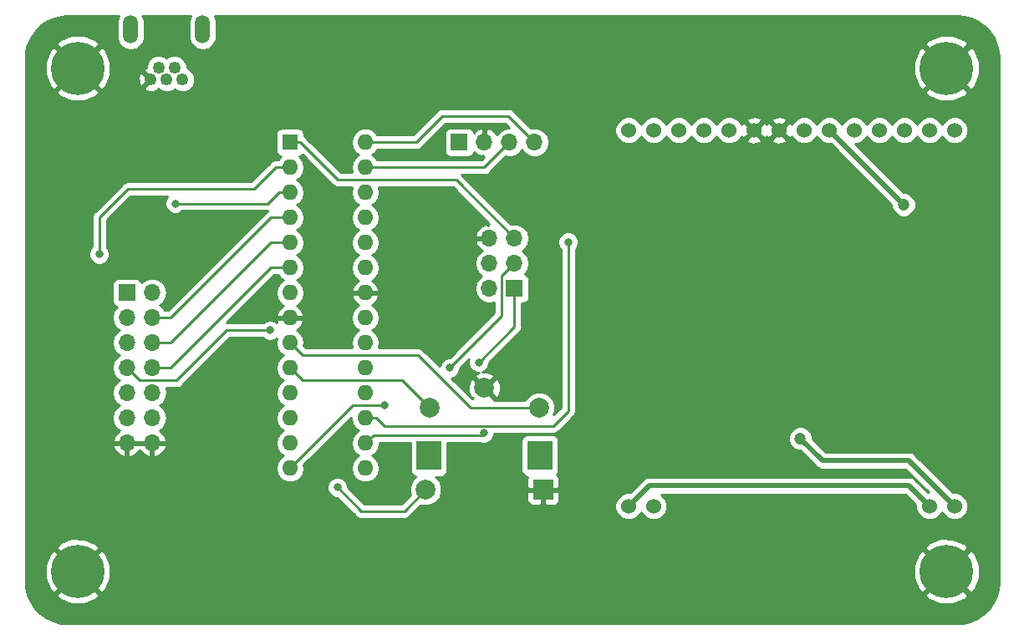
<source format=gbl>
%TF.GenerationSoftware,KiCad,Pcbnew,5.0.2+dfsg1-1*%
%TF.CreationDate,2021-08-11T18:46:01+02:00*%
%TF.ProjectId,clock_gen,636c6f63-6b5f-4676-956e-2e6b69636164,rev?*%
%TF.SameCoordinates,Original*%
%TF.FileFunction,Copper,L2,Bot*%
%TF.FilePolarity,Positive*%
%FSLAX46Y46*%
G04 Gerber Fmt 4.6, Leading zero omitted, Abs format (unit mm)*
G04 Created by KiCad (PCBNEW 5.0.2+dfsg1-1) date Wed 11 Aug 2021 06:46:01 PM CEST*
%MOMM*%
%LPD*%
G01*
G04 APERTURE LIST*
%ADD10C,1.524000*%
%ADD11C,1.250000*%
%ADD12O,1.500000X2.850000*%
%ADD13R,1.700000X1.700000*%
%ADD14O,1.700000X1.700000*%
%ADD15R,1.600000X1.600000*%
%ADD16O,1.600000X1.600000*%
%ADD17C,2.000000*%
%ADD18R,2.500000X3.000000*%
%ADD19R,2.000000X2.000000*%
%ADD20C,5.400000*%
%ADD21C,1.200000*%
%ADD22C,0.800000*%
%ADD23C,0.500000*%
%ADD24C,0.250000*%
%ADD25C,0.254000*%
G04 APERTURE END LIST*
D10*
X157759400Y-75874000D03*
X160299400Y-75874000D03*
X162839400Y-75874000D03*
X165379400Y-75874000D03*
X167919400Y-75874000D03*
X170459400Y-75874000D03*
X172999400Y-75874000D03*
X175539400Y-75874000D03*
X178079400Y-75874000D03*
X180619400Y-75874000D03*
X183159400Y-75874000D03*
X185699400Y-75874000D03*
X188239400Y-75874000D03*
X190779400Y-75874000D03*
X190779400Y-113974000D03*
X188239400Y-113974000D03*
X160299400Y-113974000D03*
X157759400Y-113974000D03*
D11*
X109369400Y-70724000D03*
X110969400Y-70724000D03*
X112569400Y-70724000D03*
X110169400Y-69524000D03*
X111769400Y-69524000D03*
D12*
X107319400Y-65674000D03*
X114619400Y-65674000D03*
D13*
X146202400Y-91897200D03*
D14*
X143662400Y-91897200D03*
X146202400Y-89357200D03*
X143662400Y-89357200D03*
X146202400Y-86817200D03*
X143662400Y-86817200D03*
D13*
X106959400Y-92329000D03*
D14*
X109499400Y-92329000D03*
X106959400Y-94869000D03*
X109499400Y-94869000D03*
X106959400Y-97409000D03*
X109499400Y-97409000D03*
X106959400Y-99949000D03*
X109499400Y-99949000D03*
X106959400Y-102489000D03*
X109499400Y-102489000D03*
X106959400Y-105029000D03*
X109499400Y-105029000D03*
X106959400Y-107569000D03*
X109499400Y-107569000D03*
D13*
X140614400Y-77089000D03*
D14*
X143154400Y-77089000D03*
X145694400Y-77089000D03*
X148234400Y-77089000D03*
D15*
X123469400Y-77089000D03*
D16*
X131089400Y-110109000D03*
X123469400Y-79629000D03*
X131089400Y-107569000D03*
X123469400Y-82169000D03*
X131089400Y-105029000D03*
X123469400Y-84709000D03*
X131089400Y-102489000D03*
X123469400Y-87249000D03*
X131089400Y-99949000D03*
X123469400Y-89789000D03*
X131089400Y-97409000D03*
X123469400Y-92329000D03*
X131089400Y-94869000D03*
X123469400Y-94869000D03*
X131089400Y-92329000D03*
X123469400Y-97409000D03*
X131089400Y-89789000D03*
X123469400Y-99949000D03*
X131089400Y-87249000D03*
X123469400Y-102489000D03*
X131089400Y-84709000D03*
X123469400Y-105029000D03*
X131089400Y-82169000D03*
X123469400Y-107569000D03*
X131089400Y-79629000D03*
X123469400Y-110109000D03*
X131089400Y-77089000D03*
D17*
X143154400Y-101989000D03*
X137204400Y-112289000D03*
D18*
X148779400Y-108839000D03*
X137529400Y-108839000D03*
D17*
X137604400Y-103989000D03*
D19*
X149104400Y-112289000D03*
D17*
X148704400Y-103989000D03*
D20*
X101969400Y-69574000D03*
X189969400Y-69574000D03*
X189969400Y-120574000D03*
X101969400Y-120574000D03*
D21*
X185623200Y-83413600D03*
X175158400Y-107111800D03*
D22*
X142570200Y-99390200D03*
X139649200Y-99949000D03*
X151638000Y-87198200D03*
X121437400Y-96139000D03*
X104140000Y-88442800D03*
X111836200Y-83286600D03*
X128270000Y-112064800D03*
X133045200Y-103759000D03*
X143078200Y-106566800D03*
D23*
X178079400Y-75874000D02*
X185619000Y-83413600D01*
X185619000Y-83413600D02*
X185623200Y-83413600D01*
X175158400Y-107111800D02*
X177393600Y-109347000D01*
X186152400Y-109347000D02*
X190779400Y-113974000D01*
X177393600Y-109347000D02*
X186152400Y-109347000D01*
D24*
X146202400Y-95758000D02*
X146202400Y-91897200D01*
X142570200Y-99390200D02*
X146202400Y-95758000D01*
X144932400Y-90627200D02*
X146202400Y-89357200D01*
X139649200Y-99949000D02*
X144932400Y-94665800D01*
X144932400Y-94665800D02*
X144932400Y-90627200D01*
X150114000Y-105841800D02*
X151638000Y-104317800D01*
X132220770Y-105029000D02*
X133033570Y-105841800D01*
X131089400Y-105029000D02*
X132220770Y-105029000D01*
X133033570Y-105841800D02*
X150114000Y-105841800D01*
X151638000Y-104317800D02*
X151638000Y-87198200D01*
X124519400Y-77089000D02*
X128329400Y-80899000D01*
X123469400Y-77089000D02*
X124519400Y-77089000D01*
X140284200Y-80899000D02*
X146202400Y-86817200D01*
X128329400Y-80899000D02*
X140284200Y-80899000D01*
X108229400Y-101219000D02*
X106959400Y-99949000D01*
X121437400Y-96139000D02*
X117043200Y-96139000D01*
X111963200Y-101219000D02*
X108229400Y-101219000D01*
X117043200Y-96139000D02*
X111963200Y-101219000D01*
X123469400Y-79629000D02*
X122021600Y-79629000D01*
X122021600Y-79629000D02*
X119811800Y-81838800D01*
X119811800Y-81838800D02*
X107010200Y-81838800D01*
X107010200Y-81838800D02*
X104190800Y-84658200D01*
X104190800Y-84658200D02*
X104190800Y-88392000D01*
X104190800Y-88392000D02*
X104140000Y-88442800D01*
X121220430Y-83286600D02*
X111836200Y-83286600D01*
X123469400Y-82169000D02*
X122338030Y-82169000D01*
X122338030Y-82169000D02*
X121220430Y-83286600D01*
X109499400Y-94869000D02*
X111404400Y-94869000D01*
X121564400Y-84709000D02*
X123469400Y-84709000D01*
X111404400Y-94869000D02*
X121564400Y-84709000D01*
X109499400Y-97409000D02*
X111404400Y-97409000D01*
X121564400Y-87249000D02*
X123469400Y-87249000D01*
X111404400Y-97409000D02*
X121564400Y-87249000D01*
X109499400Y-99949000D02*
X111404400Y-99949000D01*
X121564400Y-89789000D02*
X123469400Y-89789000D01*
X111404400Y-99949000D02*
X121564400Y-89789000D01*
X143154400Y-79629000D02*
X145694400Y-77089000D01*
X131089400Y-79629000D02*
X143154400Y-79629000D01*
X131089400Y-77089000D02*
X136232900Y-77089000D01*
X136232900Y-77089000D02*
X138899900Y-74422000D01*
X145567400Y-74422000D02*
X148234400Y-77089000D01*
X138899900Y-74422000D02*
X145567400Y-74422000D01*
X135041000Y-114452400D02*
X137204400Y-112289000D01*
X130657600Y-114452400D02*
X135041000Y-114452400D01*
X128270000Y-112064800D02*
X130657600Y-114452400D01*
X137604400Y-103989000D02*
X134834400Y-101219000D01*
X124739400Y-101219000D02*
X123469400Y-99949000D01*
X134834400Y-101219000D02*
X124739400Y-101219000D01*
X148704400Y-103989000D02*
X141733400Y-103989000D01*
X141733400Y-103989000D02*
X136423400Y-98679000D01*
X124739400Y-98679000D02*
X123469400Y-97409000D01*
X136423400Y-98679000D02*
X124739400Y-98679000D01*
X123469400Y-110109000D02*
X129819400Y-103759000D01*
X129819400Y-103759000D02*
X133045200Y-103759000D01*
X131089400Y-107569000D02*
X131902200Y-106756200D01*
X131902200Y-106756200D02*
X142888800Y-106756200D01*
X142888800Y-106756200D02*
X143078200Y-106566800D01*
D23*
X159846400Y-111887000D02*
X186152400Y-111887000D01*
X187477401Y-113212001D02*
X188239400Y-113974000D01*
X186152400Y-111887000D02*
X187477401Y-113212001D01*
X157759400Y-113974000D02*
X159846400Y-111887000D01*
D25*
G36*
X100897012Y-64309000D02*
X106114719Y-64309000D01*
X106014759Y-64458600D01*
X105934400Y-64862593D01*
X105934400Y-66485406D01*
X106014759Y-66889399D01*
X106320871Y-67347528D01*
X106779000Y-67653641D01*
X107319400Y-67761133D01*
X107859799Y-67653641D01*
X108317928Y-67347529D01*
X108624041Y-66889400D01*
X108704400Y-66485407D01*
X108704400Y-64862593D01*
X108624041Y-64458600D01*
X108524081Y-64309000D01*
X113414719Y-64309000D01*
X113314759Y-64458600D01*
X113234400Y-64862593D01*
X113234400Y-66485406D01*
X113314759Y-66889399D01*
X113620871Y-67347528D01*
X114079000Y-67653641D01*
X114619400Y-67761133D01*
X115159799Y-67653641D01*
X115617928Y-67347529D01*
X115720640Y-67193809D01*
X187768814Y-67193809D01*
X189969400Y-69394395D01*
X192169986Y-67193809D01*
X191863928Y-66750341D01*
X190639148Y-66240275D01*
X189312405Y-66237738D01*
X188085684Y-66743117D01*
X188074872Y-66750341D01*
X187768814Y-67193809D01*
X115720640Y-67193809D01*
X115924041Y-66889400D01*
X116004400Y-66485407D01*
X116004400Y-64862593D01*
X115924041Y-64458600D01*
X115824081Y-64309000D01*
X191041788Y-64309000D01*
X191096333Y-64298150D01*
X191728592Y-64354578D01*
X192463789Y-64555705D01*
X193151751Y-64883846D01*
X193770731Y-65328628D01*
X194301161Y-65875988D01*
X194726284Y-66508639D01*
X195032651Y-67206561D01*
X195211899Y-67953183D01*
X195247381Y-68436356D01*
X195234400Y-68501613D01*
X195234401Y-121646388D01*
X195245250Y-121700929D01*
X195188822Y-122333193D01*
X194987695Y-123068389D01*
X194659552Y-123756355D01*
X194214774Y-124375328D01*
X193667412Y-124905761D01*
X193034762Y-125330883D01*
X192336839Y-125637251D01*
X191590219Y-125816499D01*
X191107045Y-125851980D01*
X191041788Y-125839000D01*
X100897012Y-125839000D01*
X100842467Y-125849850D01*
X100210207Y-125793422D01*
X99475011Y-125592295D01*
X98787045Y-125264152D01*
X98168072Y-124819374D01*
X97637639Y-124272012D01*
X97212517Y-123639362D01*
X96911747Y-122954191D01*
X99768814Y-122954191D01*
X100074872Y-123397659D01*
X101299652Y-123907725D01*
X102626395Y-123910262D01*
X103853116Y-123404883D01*
X103863928Y-123397659D01*
X104169986Y-122954191D01*
X187768814Y-122954191D01*
X188074872Y-123397659D01*
X189299652Y-123907725D01*
X190626395Y-123910262D01*
X191853116Y-123404883D01*
X191863928Y-123397659D01*
X192169986Y-122954191D01*
X189969400Y-120753605D01*
X187768814Y-122954191D01*
X104169986Y-122954191D01*
X101969400Y-120753605D01*
X99768814Y-122954191D01*
X96911747Y-122954191D01*
X96906149Y-122941439D01*
X96726901Y-122194819D01*
X96691420Y-121711645D01*
X96704400Y-121646388D01*
X96704400Y-121230995D01*
X98633138Y-121230995D01*
X99138517Y-122457716D01*
X99145741Y-122468528D01*
X99589209Y-122774586D01*
X101789795Y-120574000D01*
X102149005Y-120574000D01*
X104349591Y-122774586D01*
X104793059Y-122468528D01*
X105303125Y-121243748D01*
X105303149Y-121230995D01*
X186633138Y-121230995D01*
X187138517Y-122457716D01*
X187145741Y-122468528D01*
X187589209Y-122774586D01*
X189789795Y-120574000D01*
X190149005Y-120574000D01*
X192349591Y-122774586D01*
X192793059Y-122468528D01*
X193303125Y-121243748D01*
X193305662Y-119917005D01*
X192800283Y-118690284D01*
X192793059Y-118679472D01*
X192349591Y-118373414D01*
X190149005Y-120574000D01*
X189789795Y-120574000D01*
X187589209Y-118373414D01*
X187145741Y-118679472D01*
X186635675Y-119904252D01*
X186633138Y-121230995D01*
X105303149Y-121230995D01*
X105305662Y-119917005D01*
X104800283Y-118690284D01*
X104793059Y-118679472D01*
X104349591Y-118373414D01*
X102149005Y-120574000D01*
X101789795Y-120574000D01*
X99589209Y-118373414D01*
X99145741Y-118679472D01*
X98635675Y-119904252D01*
X98633138Y-121230995D01*
X96704400Y-121230995D01*
X96704400Y-118193809D01*
X99768814Y-118193809D01*
X101969400Y-120394395D01*
X104169986Y-118193809D01*
X187768814Y-118193809D01*
X189969400Y-120394395D01*
X192169986Y-118193809D01*
X191863928Y-117750341D01*
X190639148Y-117240275D01*
X189312405Y-117237738D01*
X188085684Y-117743117D01*
X188074872Y-117750341D01*
X187768814Y-118193809D01*
X104169986Y-118193809D01*
X103863928Y-117750341D01*
X102639148Y-117240275D01*
X101312405Y-117237738D01*
X100085684Y-117743117D01*
X100074872Y-117750341D01*
X99768814Y-118193809D01*
X96704400Y-118193809D01*
X96704400Y-107925890D01*
X105517924Y-107925890D01*
X105687755Y-108335924D01*
X106078042Y-108764183D01*
X106602508Y-109010486D01*
X106832400Y-108889819D01*
X106832400Y-107696000D01*
X107086400Y-107696000D01*
X107086400Y-108889819D01*
X107316292Y-109010486D01*
X107840758Y-108764183D01*
X108229400Y-108337729D01*
X108618042Y-108764183D01*
X109142508Y-109010486D01*
X109372400Y-108889819D01*
X109372400Y-107696000D01*
X109626400Y-107696000D01*
X109626400Y-108889819D01*
X109856292Y-109010486D01*
X110380758Y-108764183D01*
X110771045Y-108335924D01*
X110940876Y-107925890D01*
X110819555Y-107696000D01*
X109626400Y-107696000D01*
X109372400Y-107696000D01*
X107086400Y-107696000D01*
X106832400Y-107696000D01*
X105639245Y-107696000D01*
X105517924Y-107925890D01*
X96704400Y-107925890D01*
X96704400Y-88236926D01*
X103105000Y-88236926D01*
X103105000Y-88648674D01*
X103262569Y-89029080D01*
X103553720Y-89320231D01*
X103934126Y-89477800D01*
X104345874Y-89477800D01*
X104726280Y-89320231D01*
X105017431Y-89029080D01*
X105175000Y-88648674D01*
X105175000Y-88236926D01*
X105017431Y-87856520D01*
X104950800Y-87789889D01*
X104950800Y-84973001D01*
X107325002Y-82598800D01*
X111060289Y-82598800D01*
X110958769Y-82700320D01*
X110801200Y-83080726D01*
X110801200Y-83492474D01*
X110958769Y-83872880D01*
X111249920Y-84164031D01*
X111630326Y-84321600D01*
X112042074Y-84321600D01*
X112422480Y-84164031D01*
X112539911Y-84046600D01*
X121145583Y-84046600D01*
X121178106Y-84053069D01*
X121092498Y-84110271D01*
X121016471Y-84161071D01*
X120974071Y-84224527D01*
X111089599Y-94109000D01*
X110777578Y-94109000D01*
X110570025Y-93798375D01*
X110271639Y-93599000D01*
X110570025Y-93399625D01*
X110898239Y-92908418D01*
X111013492Y-92329000D01*
X110898239Y-91749582D01*
X110570025Y-91258375D01*
X110078818Y-90930161D01*
X109645656Y-90844000D01*
X109353144Y-90844000D01*
X108919982Y-90930161D01*
X108428775Y-91258375D01*
X108416584Y-91276619D01*
X108407557Y-91231235D01*
X108267209Y-91021191D01*
X108057165Y-90880843D01*
X107809400Y-90831560D01*
X106109400Y-90831560D01*
X105861635Y-90880843D01*
X105651591Y-91021191D01*
X105511243Y-91231235D01*
X105461960Y-91479000D01*
X105461960Y-93179000D01*
X105511243Y-93426765D01*
X105651591Y-93636809D01*
X105861635Y-93777157D01*
X105907019Y-93786184D01*
X105888775Y-93798375D01*
X105560561Y-94289582D01*
X105445308Y-94869000D01*
X105560561Y-95448418D01*
X105888775Y-95939625D01*
X106187161Y-96139000D01*
X105888775Y-96338375D01*
X105560561Y-96829582D01*
X105445308Y-97409000D01*
X105560561Y-97988418D01*
X105888775Y-98479625D01*
X106187161Y-98679000D01*
X105888775Y-98878375D01*
X105560561Y-99369582D01*
X105445308Y-99949000D01*
X105560561Y-100528418D01*
X105888775Y-101019625D01*
X106187161Y-101219000D01*
X105888775Y-101418375D01*
X105560561Y-101909582D01*
X105445308Y-102489000D01*
X105560561Y-103068418D01*
X105888775Y-103559625D01*
X106187161Y-103759000D01*
X105888775Y-103958375D01*
X105560561Y-104449582D01*
X105445308Y-105029000D01*
X105560561Y-105608418D01*
X105888775Y-106099625D01*
X106207878Y-106312843D01*
X106078042Y-106373817D01*
X105687755Y-106802076D01*
X105517924Y-107212110D01*
X105639245Y-107442000D01*
X106832400Y-107442000D01*
X106832400Y-107422000D01*
X107086400Y-107422000D01*
X107086400Y-107442000D01*
X109372400Y-107442000D01*
X109372400Y-107422000D01*
X109626400Y-107422000D01*
X109626400Y-107442000D01*
X110819555Y-107442000D01*
X110940876Y-107212110D01*
X110771045Y-106802076D01*
X110380758Y-106373817D01*
X110250922Y-106312843D01*
X110570025Y-106099625D01*
X110898239Y-105608418D01*
X111013492Y-105029000D01*
X110898239Y-104449582D01*
X110570025Y-103958375D01*
X110271639Y-103759000D01*
X110570025Y-103559625D01*
X110898239Y-103068418D01*
X111013492Y-102489000D01*
X110912047Y-101979000D01*
X111888353Y-101979000D01*
X111963200Y-101993888D01*
X112038047Y-101979000D01*
X112038052Y-101979000D01*
X112259737Y-101934904D01*
X112511129Y-101766929D01*
X112553531Y-101703470D01*
X117358002Y-96899000D01*
X120733689Y-96899000D01*
X120851120Y-97016431D01*
X121231526Y-97174000D01*
X121643274Y-97174000D01*
X122023680Y-97016431D01*
X122099444Y-96940667D01*
X122006287Y-97409000D01*
X122117660Y-97968909D01*
X122434823Y-98443577D01*
X122787158Y-98679000D01*
X122434823Y-98914423D01*
X122117660Y-99389091D01*
X122006287Y-99949000D01*
X122117660Y-100508909D01*
X122434823Y-100983577D01*
X122787158Y-101219000D01*
X122434823Y-101454423D01*
X122117660Y-101929091D01*
X122006287Y-102489000D01*
X122117660Y-103048909D01*
X122434823Y-103523577D01*
X122787158Y-103759000D01*
X122434823Y-103994423D01*
X122117660Y-104469091D01*
X122006287Y-105029000D01*
X122117660Y-105588909D01*
X122434823Y-106063577D01*
X122787158Y-106299000D01*
X122434823Y-106534423D01*
X122117660Y-107009091D01*
X122006287Y-107569000D01*
X122117660Y-108128909D01*
X122434823Y-108603577D01*
X122787158Y-108839000D01*
X122434823Y-109074423D01*
X122117660Y-109549091D01*
X122006287Y-110109000D01*
X122117660Y-110668909D01*
X122434823Y-111143577D01*
X122909491Y-111460740D01*
X123328067Y-111544000D01*
X123610733Y-111544000D01*
X124029309Y-111460740D01*
X124503977Y-111143577D01*
X124821140Y-110668909D01*
X124932513Y-110109000D01*
X124868088Y-109785113D01*
X129626805Y-105026397D01*
X129626287Y-105029000D01*
X129737660Y-105588909D01*
X130054823Y-106063577D01*
X130407158Y-106299000D01*
X130054823Y-106534423D01*
X129737660Y-107009091D01*
X129626287Y-107569000D01*
X129737660Y-108128909D01*
X130054823Y-108603577D01*
X130407158Y-108839000D01*
X130054823Y-109074423D01*
X129737660Y-109549091D01*
X129626287Y-110109000D01*
X129737660Y-110668909D01*
X130054823Y-111143577D01*
X130529491Y-111460740D01*
X130948067Y-111544000D01*
X131230733Y-111544000D01*
X131649309Y-111460740D01*
X132123977Y-111143577D01*
X132441140Y-110668909D01*
X132552513Y-110109000D01*
X132441140Y-109549091D01*
X132123977Y-109074423D01*
X131771642Y-108839000D01*
X132123977Y-108603577D01*
X132441140Y-108128909D01*
X132552513Y-107569000D01*
X132542010Y-107516200D01*
X135631960Y-107516200D01*
X135631960Y-110339000D01*
X135681243Y-110586765D01*
X135821591Y-110796809D01*
X136031635Y-110937157D01*
X136208770Y-110972391D01*
X135818314Y-111362847D01*
X135569400Y-111963778D01*
X135569400Y-112614222D01*
X135638223Y-112780375D01*
X134726199Y-113692400D01*
X130972403Y-113692400D01*
X129305000Y-112024999D01*
X129305000Y-111858926D01*
X129147431Y-111478520D01*
X128856280Y-111187369D01*
X128475874Y-111029800D01*
X128064126Y-111029800D01*
X127683720Y-111187369D01*
X127392569Y-111478520D01*
X127235000Y-111858926D01*
X127235000Y-112270674D01*
X127392569Y-112651080D01*
X127683720Y-112942231D01*
X128064126Y-113099800D01*
X128230199Y-113099800D01*
X130067273Y-114936876D01*
X130109671Y-115000329D01*
X130173124Y-115042727D01*
X130173126Y-115042729D01*
X130298502Y-115126502D01*
X130361063Y-115168304D01*
X130582748Y-115212400D01*
X130582752Y-115212400D01*
X130657599Y-115227288D01*
X130732446Y-115212400D01*
X134966153Y-115212400D01*
X135041000Y-115227288D01*
X135115847Y-115212400D01*
X135115852Y-115212400D01*
X135337537Y-115168304D01*
X135588929Y-115000329D01*
X135631331Y-114936870D01*
X136713025Y-113855177D01*
X136879178Y-113924000D01*
X137529622Y-113924000D01*
X138130553Y-113675086D01*
X138590486Y-113215153D01*
X138839400Y-112614222D01*
X138839400Y-112574750D01*
X147469400Y-112574750D01*
X147469400Y-113415310D01*
X147566073Y-113648699D01*
X147744702Y-113827327D01*
X147978091Y-113924000D01*
X148818650Y-113924000D01*
X148977400Y-113765250D01*
X148977400Y-112416000D01*
X149231400Y-112416000D01*
X149231400Y-113765250D01*
X149390150Y-113924000D01*
X150230709Y-113924000D01*
X150464098Y-113827327D01*
X150595306Y-113696119D01*
X156362400Y-113696119D01*
X156362400Y-114251881D01*
X156575080Y-114765337D01*
X156968063Y-115158320D01*
X157481519Y-115371000D01*
X158037281Y-115371000D01*
X158550737Y-115158320D01*
X158943720Y-114765337D01*
X159029400Y-114558487D01*
X159115080Y-114765337D01*
X159508063Y-115158320D01*
X160021519Y-115371000D01*
X160577281Y-115371000D01*
X161090737Y-115158320D01*
X161483720Y-114765337D01*
X161696400Y-114251881D01*
X161696400Y-113696119D01*
X161483720Y-113182663D01*
X161090737Y-112789680D01*
X161048054Y-112772000D01*
X185785822Y-112772000D01*
X186842400Y-113828579D01*
X186842400Y-114251881D01*
X187055080Y-114765337D01*
X187448063Y-115158320D01*
X187961519Y-115371000D01*
X188517281Y-115371000D01*
X189030737Y-115158320D01*
X189423720Y-114765337D01*
X189509400Y-114558487D01*
X189595080Y-114765337D01*
X189988063Y-115158320D01*
X190501519Y-115371000D01*
X191057281Y-115371000D01*
X191570737Y-115158320D01*
X191963720Y-114765337D01*
X192176400Y-114251881D01*
X192176400Y-113696119D01*
X191963720Y-113182663D01*
X191570737Y-112789680D01*
X191057281Y-112577000D01*
X190633979Y-112577000D01*
X186839825Y-108782847D01*
X186790449Y-108708951D01*
X186497710Y-108513348D01*
X186239565Y-108462000D01*
X186239561Y-108462000D01*
X186152400Y-108444663D01*
X186065239Y-108462000D01*
X177760179Y-108462000D01*
X176393400Y-107095222D01*
X176393400Y-106866143D01*
X176205382Y-106412229D01*
X175857971Y-106064818D01*
X175404057Y-105876800D01*
X174912743Y-105876800D01*
X174458829Y-106064818D01*
X174111418Y-106412229D01*
X173923400Y-106866143D01*
X173923400Y-107357457D01*
X174111418Y-107811371D01*
X174458829Y-108158782D01*
X174912743Y-108346800D01*
X175141822Y-108346800D01*
X176706177Y-109911156D01*
X176755551Y-109985049D01*
X176829444Y-110034423D01*
X176829445Y-110034424D01*
X176940480Y-110108615D01*
X177048290Y-110180652D01*
X177306435Y-110232000D01*
X177306439Y-110232000D01*
X177393599Y-110249337D01*
X177480759Y-110232000D01*
X185785822Y-110232000D01*
X188130821Y-112577000D01*
X188093979Y-112577000D01*
X186839825Y-111322847D01*
X186790449Y-111248951D01*
X186497710Y-111053348D01*
X186239565Y-111002000D01*
X186239561Y-111002000D01*
X186152400Y-110984663D01*
X186065239Y-111002000D01*
X159933561Y-111002000D01*
X159846400Y-110984663D01*
X159759239Y-111002000D01*
X159759235Y-111002000D01*
X159501090Y-111053348D01*
X159282245Y-111199576D01*
X159282244Y-111199577D01*
X159208351Y-111248951D01*
X159158977Y-111322844D01*
X157904822Y-112577000D01*
X157481519Y-112577000D01*
X156968063Y-112789680D01*
X156575080Y-113182663D01*
X156362400Y-113696119D01*
X150595306Y-113696119D01*
X150642727Y-113648699D01*
X150739400Y-113415310D01*
X150739400Y-112574750D01*
X150580650Y-112416000D01*
X149231400Y-112416000D01*
X148977400Y-112416000D01*
X147628150Y-112416000D01*
X147469400Y-112574750D01*
X138839400Y-112574750D01*
X138839400Y-111963778D01*
X138590486Y-111362847D01*
X138214079Y-110986440D01*
X138779400Y-110986440D01*
X139027165Y-110937157D01*
X139237209Y-110796809D01*
X139377557Y-110586765D01*
X139426840Y-110339000D01*
X139426840Y-107516200D01*
X142665669Y-107516200D01*
X142872326Y-107601800D01*
X143284074Y-107601800D01*
X143664480Y-107444231D01*
X143769711Y-107339000D01*
X146881960Y-107339000D01*
X146881960Y-110339000D01*
X146931243Y-110586765D01*
X147071591Y-110796809D01*
X147281635Y-110937157D01*
X147529400Y-110986440D01*
X147542405Y-110986440D01*
X147469400Y-111162690D01*
X147469400Y-112003250D01*
X147628150Y-112162000D01*
X148977400Y-112162000D01*
X148977400Y-112142000D01*
X149231400Y-112142000D01*
X149231400Y-112162000D01*
X150580650Y-112162000D01*
X150739400Y-112003250D01*
X150739400Y-111162690D01*
X150642727Y-110929301D01*
X150496432Y-110783006D01*
X150627557Y-110586765D01*
X150676840Y-110339000D01*
X150676840Y-107339000D01*
X150627557Y-107091235D01*
X150487209Y-106881191D01*
X150277165Y-106740843D01*
X150029400Y-106691560D01*
X147529400Y-106691560D01*
X147281635Y-106740843D01*
X147071591Y-106881191D01*
X146931243Y-107091235D01*
X146881960Y-107339000D01*
X143769711Y-107339000D01*
X143955631Y-107153080D01*
X144113200Y-106772674D01*
X144113200Y-106601800D01*
X150039153Y-106601800D01*
X150114000Y-106616688D01*
X150188847Y-106601800D01*
X150188852Y-106601800D01*
X150410537Y-106557704D01*
X150661929Y-106389729D01*
X150704331Y-106326270D01*
X152122476Y-104908127D01*
X152185929Y-104865729D01*
X152228327Y-104802276D01*
X152228329Y-104802274D01*
X152353903Y-104614338D01*
X152353904Y-104614337D01*
X152398000Y-104392652D01*
X152398000Y-104392648D01*
X152412888Y-104317801D01*
X152398000Y-104242954D01*
X152398000Y-87901911D01*
X152515431Y-87784480D01*
X152673000Y-87404074D01*
X152673000Y-86992326D01*
X152515431Y-86611920D01*
X152224280Y-86320769D01*
X151843874Y-86163200D01*
X151432126Y-86163200D01*
X151051720Y-86320769D01*
X150760569Y-86611920D01*
X150603000Y-86992326D01*
X150603000Y-87404074D01*
X150760569Y-87784480D01*
X150878001Y-87901912D01*
X150878000Y-104002997D01*
X150178620Y-104702378D01*
X150339400Y-104314222D01*
X150339400Y-103663778D01*
X150090486Y-103062847D01*
X149630553Y-102602914D01*
X149029622Y-102354000D01*
X148379178Y-102354000D01*
X147778247Y-102602914D01*
X147318314Y-103062847D01*
X147249491Y-103229000D01*
X144094988Y-103229000D01*
X144127327Y-103141532D01*
X143154400Y-102168605D01*
X143140258Y-102182748D01*
X142960653Y-102003143D01*
X142974795Y-101989000D01*
X143334005Y-101989000D01*
X144306932Y-102961927D01*
X144573787Y-102863264D01*
X144800308Y-102253539D01*
X144776256Y-101603540D01*
X144573787Y-101114736D01*
X144306932Y-101016073D01*
X143334005Y-101989000D01*
X142974795Y-101989000D01*
X142001868Y-101016073D01*
X141735013Y-101114736D01*
X141508492Y-101724461D01*
X141532544Y-102374460D01*
X141735013Y-102863264D01*
X142001866Y-102961926D01*
X141891497Y-103072295D01*
X139803202Y-100984000D01*
X139855074Y-100984000D01*
X140235480Y-100826431D01*
X140526631Y-100535280D01*
X140684200Y-100154874D01*
X140684200Y-99988801D01*
X141568098Y-99104903D01*
X141535200Y-99184326D01*
X141535200Y-99596074D01*
X141692769Y-99976480D01*
X141983920Y-100267631D01*
X142364326Y-100425200D01*
X142628780Y-100425200D01*
X142280136Y-100569613D01*
X142181473Y-100836468D01*
X143154400Y-101809395D01*
X144127327Y-100836468D01*
X144028664Y-100569613D01*
X143418939Y-100343092D01*
X142930683Y-100361159D01*
X143156480Y-100267631D01*
X143447631Y-99976480D01*
X143605200Y-99596074D01*
X143605200Y-99430001D01*
X146686873Y-96348329D01*
X146750329Y-96305929D01*
X146918304Y-96054537D01*
X146962400Y-95832852D01*
X146962400Y-95832848D01*
X146977288Y-95758000D01*
X146962400Y-95683152D01*
X146962400Y-93394640D01*
X147052400Y-93394640D01*
X147300165Y-93345357D01*
X147510209Y-93205009D01*
X147650557Y-92994965D01*
X147699840Y-92747200D01*
X147699840Y-91047200D01*
X147650557Y-90799435D01*
X147510209Y-90589391D01*
X147300165Y-90449043D01*
X147254781Y-90440016D01*
X147273025Y-90427825D01*
X147601239Y-89936618D01*
X147716492Y-89357200D01*
X147601239Y-88777782D01*
X147273025Y-88286575D01*
X146974639Y-88087200D01*
X147273025Y-87887825D01*
X147601239Y-87396618D01*
X147716492Y-86817200D01*
X147601239Y-86237782D01*
X147273025Y-85746575D01*
X146781818Y-85418361D01*
X146348656Y-85332200D01*
X146056144Y-85332200D01*
X145835993Y-85375991D01*
X140874531Y-80414530D01*
X140857472Y-80389000D01*
X143079553Y-80389000D01*
X143154400Y-80403888D01*
X143229247Y-80389000D01*
X143229252Y-80389000D01*
X143450937Y-80344904D01*
X143702329Y-80176929D01*
X143744731Y-80113470D01*
X145327993Y-78530209D01*
X145548144Y-78574000D01*
X145840656Y-78574000D01*
X146273818Y-78487839D01*
X146765025Y-78159625D01*
X146964400Y-77861239D01*
X147163775Y-78159625D01*
X147654982Y-78487839D01*
X148088144Y-78574000D01*
X148380656Y-78574000D01*
X148813818Y-78487839D01*
X149305025Y-78159625D01*
X149633239Y-77668418D01*
X149748492Y-77089000D01*
X149633239Y-76509582D01*
X149305025Y-76018375D01*
X148813818Y-75690161D01*
X148380656Y-75604000D01*
X148088144Y-75604000D01*
X147867992Y-75647791D01*
X147816320Y-75596119D01*
X156362400Y-75596119D01*
X156362400Y-76151881D01*
X156575080Y-76665337D01*
X156968063Y-77058320D01*
X157481519Y-77271000D01*
X158037281Y-77271000D01*
X158550737Y-77058320D01*
X158943720Y-76665337D01*
X159029400Y-76458487D01*
X159115080Y-76665337D01*
X159508063Y-77058320D01*
X160021519Y-77271000D01*
X160577281Y-77271000D01*
X161090737Y-77058320D01*
X161483720Y-76665337D01*
X161569400Y-76458487D01*
X161655080Y-76665337D01*
X162048063Y-77058320D01*
X162561519Y-77271000D01*
X163117281Y-77271000D01*
X163630737Y-77058320D01*
X164023720Y-76665337D01*
X164109400Y-76458487D01*
X164195080Y-76665337D01*
X164588063Y-77058320D01*
X165101519Y-77271000D01*
X165657281Y-77271000D01*
X166170737Y-77058320D01*
X166563720Y-76665337D01*
X166649400Y-76458487D01*
X166735080Y-76665337D01*
X167128063Y-77058320D01*
X167641519Y-77271000D01*
X168197281Y-77271000D01*
X168710737Y-77058320D01*
X168914844Y-76854213D01*
X169658792Y-76854213D01*
X169728257Y-77096397D01*
X170251702Y-77283144D01*
X170806768Y-77255362D01*
X171190543Y-77096397D01*
X171260008Y-76854213D01*
X172198792Y-76854213D01*
X172268257Y-77096397D01*
X172791702Y-77283144D01*
X173346768Y-77255362D01*
X173730543Y-77096397D01*
X173800008Y-76854213D01*
X172999400Y-76053605D01*
X172198792Y-76854213D01*
X171260008Y-76854213D01*
X170459400Y-76053605D01*
X169658792Y-76854213D01*
X168914844Y-76854213D01*
X169103720Y-76665337D01*
X169182828Y-76474353D01*
X169237003Y-76605143D01*
X169479187Y-76674608D01*
X170279795Y-75874000D01*
X170639005Y-75874000D01*
X171439613Y-76674608D01*
X171681797Y-76605143D01*
X171725853Y-76481656D01*
X171777003Y-76605143D01*
X172019187Y-76674608D01*
X172819795Y-75874000D01*
X173179005Y-75874000D01*
X173979613Y-76674608D01*
X174221797Y-76605143D01*
X174271935Y-76464607D01*
X174355080Y-76665337D01*
X174748063Y-77058320D01*
X175261519Y-77271000D01*
X175817281Y-77271000D01*
X176330737Y-77058320D01*
X176723720Y-76665337D01*
X176809400Y-76458487D01*
X176895080Y-76665337D01*
X177288063Y-77058320D01*
X177801519Y-77271000D01*
X178224822Y-77271000D01*
X184388200Y-83434379D01*
X184388200Y-83659257D01*
X184576218Y-84113171D01*
X184923629Y-84460582D01*
X185377543Y-84648600D01*
X185868857Y-84648600D01*
X186322771Y-84460582D01*
X186670182Y-84113171D01*
X186858200Y-83659257D01*
X186858200Y-83167943D01*
X186670182Y-82714029D01*
X186322771Y-82366618D01*
X185868857Y-82178600D01*
X185635579Y-82178600D01*
X180727978Y-77271000D01*
X180897281Y-77271000D01*
X181410737Y-77058320D01*
X181803720Y-76665337D01*
X181889400Y-76458487D01*
X181975080Y-76665337D01*
X182368063Y-77058320D01*
X182881519Y-77271000D01*
X183437281Y-77271000D01*
X183950737Y-77058320D01*
X184343720Y-76665337D01*
X184429400Y-76458487D01*
X184515080Y-76665337D01*
X184908063Y-77058320D01*
X185421519Y-77271000D01*
X185977281Y-77271000D01*
X186490737Y-77058320D01*
X186883720Y-76665337D01*
X186969400Y-76458487D01*
X187055080Y-76665337D01*
X187448063Y-77058320D01*
X187961519Y-77271000D01*
X188517281Y-77271000D01*
X189030737Y-77058320D01*
X189423720Y-76665337D01*
X189509400Y-76458487D01*
X189595080Y-76665337D01*
X189988063Y-77058320D01*
X190501519Y-77271000D01*
X191057281Y-77271000D01*
X191570737Y-77058320D01*
X191963720Y-76665337D01*
X192176400Y-76151881D01*
X192176400Y-75596119D01*
X191963720Y-75082663D01*
X191570737Y-74689680D01*
X191057281Y-74477000D01*
X190501519Y-74477000D01*
X189988063Y-74689680D01*
X189595080Y-75082663D01*
X189509400Y-75289513D01*
X189423720Y-75082663D01*
X189030737Y-74689680D01*
X188517281Y-74477000D01*
X187961519Y-74477000D01*
X187448063Y-74689680D01*
X187055080Y-75082663D01*
X186969400Y-75289513D01*
X186883720Y-75082663D01*
X186490737Y-74689680D01*
X185977281Y-74477000D01*
X185421519Y-74477000D01*
X184908063Y-74689680D01*
X184515080Y-75082663D01*
X184429400Y-75289513D01*
X184343720Y-75082663D01*
X183950737Y-74689680D01*
X183437281Y-74477000D01*
X182881519Y-74477000D01*
X182368063Y-74689680D01*
X181975080Y-75082663D01*
X181889400Y-75289513D01*
X181803720Y-75082663D01*
X181410737Y-74689680D01*
X180897281Y-74477000D01*
X180341519Y-74477000D01*
X179828063Y-74689680D01*
X179435080Y-75082663D01*
X179349400Y-75289513D01*
X179263720Y-75082663D01*
X178870737Y-74689680D01*
X178357281Y-74477000D01*
X177801519Y-74477000D01*
X177288063Y-74689680D01*
X176895080Y-75082663D01*
X176809400Y-75289513D01*
X176723720Y-75082663D01*
X176330737Y-74689680D01*
X175817281Y-74477000D01*
X175261519Y-74477000D01*
X174748063Y-74689680D01*
X174355080Y-75082663D01*
X174275972Y-75273647D01*
X174221797Y-75142857D01*
X173979613Y-75073392D01*
X173179005Y-75874000D01*
X172819795Y-75874000D01*
X172019187Y-75073392D01*
X171777003Y-75142857D01*
X171732947Y-75266344D01*
X171681797Y-75142857D01*
X171439613Y-75073392D01*
X170639005Y-75874000D01*
X170279795Y-75874000D01*
X169479187Y-75073392D01*
X169237003Y-75142857D01*
X169186865Y-75283393D01*
X169103720Y-75082663D01*
X168914844Y-74893787D01*
X169658792Y-74893787D01*
X170459400Y-75694395D01*
X171260008Y-74893787D01*
X172198792Y-74893787D01*
X172999400Y-75694395D01*
X173800008Y-74893787D01*
X173730543Y-74651603D01*
X173207098Y-74464856D01*
X172652032Y-74492638D01*
X172268257Y-74651603D01*
X172198792Y-74893787D01*
X171260008Y-74893787D01*
X171190543Y-74651603D01*
X170667098Y-74464856D01*
X170112032Y-74492638D01*
X169728257Y-74651603D01*
X169658792Y-74893787D01*
X168914844Y-74893787D01*
X168710737Y-74689680D01*
X168197281Y-74477000D01*
X167641519Y-74477000D01*
X167128063Y-74689680D01*
X166735080Y-75082663D01*
X166649400Y-75289513D01*
X166563720Y-75082663D01*
X166170737Y-74689680D01*
X165657281Y-74477000D01*
X165101519Y-74477000D01*
X164588063Y-74689680D01*
X164195080Y-75082663D01*
X164109400Y-75289513D01*
X164023720Y-75082663D01*
X163630737Y-74689680D01*
X163117281Y-74477000D01*
X162561519Y-74477000D01*
X162048063Y-74689680D01*
X161655080Y-75082663D01*
X161569400Y-75289513D01*
X161483720Y-75082663D01*
X161090737Y-74689680D01*
X160577281Y-74477000D01*
X160021519Y-74477000D01*
X159508063Y-74689680D01*
X159115080Y-75082663D01*
X159029400Y-75289513D01*
X158943720Y-75082663D01*
X158550737Y-74689680D01*
X158037281Y-74477000D01*
X157481519Y-74477000D01*
X156968063Y-74689680D01*
X156575080Y-75082663D01*
X156362400Y-75596119D01*
X147816320Y-75596119D01*
X146157731Y-73937530D01*
X146115329Y-73874071D01*
X145863937Y-73706096D01*
X145642252Y-73662000D01*
X145642247Y-73662000D01*
X145567400Y-73647112D01*
X145492553Y-73662000D01*
X138974748Y-73662000D01*
X138899900Y-73647112D01*
X138825052Y-73662000D01*
X138825048Y-73662000D01*
X138603363Y-73706096D01*
X138351971Y-73874071D01*
X138309571Y-73937527D01*
X135918099Y-76329000D01*
X132307443Y-76329000D01*
X132123977Y-76054423D01*
X131649309Y-75737260D01*
X131230733Y-75654000D01*
X130948067Y-75654000D01*
X130529491Y-75737260D01*
X130054823Y-76054423D01*
X129737660Y-76529091D01*
X129626287Y-77089000D01*
X129737660Y-77648909D01*
X130054823Y-78123577D01*
X130407158Y-78359000D01*
X130054823Y-78594423D01*
X129737660Y-79069091D01*
X129626287Y-79629000D01*
X129727732Y-80139000D01*
X128644202Y-80139000D01*
X125109731Y-76604530D01*
X125067329Y-76541071D01*
X124916840Y-76440517D01*
X124916840Y-76289000D01*
X124867557Y-76041235D01*
X124727209Y-75831191D01*
X124517165Y-75690843D01*
X124269400Y-75641560D01*
X122669400Y-75641560D01*
X122421635Y-75690843D01*
X122211591Y-75831191D01*
X122071243Y-76041235D01*
X122021960Y-76289000D01*
X122021960Y-77889000D01*
X122071243Y-78136765D01*
X122211591Y-78346809D01*
X122421635Y-78487157D01*
X122555506Y-78513785D01*
X122434823Y-78594423D01*
X122251357Y-78869000D01*
X122096446Y-78869000D01*
X122021599Y-78854112D01*
X121946752Y-78869000D01*
X121946748Y-78869000D01*
X121725063Y-78913096D01*
X121473671Y-79081071D01*
X121431271Y-79144527D01*
X119496999Y-81078800D01*
X107085048Y-81078800D01*
X107010200Y-81063912D01*
X106935352Y-81078800D01*
X106935348Y-81078800D01*
X106761805Y-81113320D01*
X106713662Y-81122896D01*
X106604948Y-81195537D01*
X106462271Y-81290871D01*
X106419871Y-81354327D01*
X103706330Y-84067869D01*
X103642871Y-84110271D01*
X103474896Y-84361664D01*
X103430800Y-84583349D01*
X103430800Y-84583353D01*
X103415912Y-84658200D01*
X103430800Y-84733047D01*
X103430801Y-87688288D01*
X103262569Y-87856520D01*
X103105000Y-88236926D01*
X96704400Y-88236926D01*
X96704400Y-71954191D01*
X99768814Y-71954191D01*
X100074872Y-72397659D01*
X101299652Y-72907725D01*
X102626395Y-72910262D01*
X103853116Y-72404883D01*
X103863928Y-72397659D01*
X104169986Y-71954191D01*
X101969400Y-69753605D01*
X99768814Y-71954191D01*
X96704400Y-71954191D01*
X96704400Y-70230995D01*
X98633138Y-70230995D01*
X99138517Y-71457716D01*
X99145741Y-71468528D01*
X99589209Y-71774586D01*
X101789795Y-69574000D01*
X102149005Y-69574000D01*
X104349591Y-71774586D01*
X104793059Y-71468528D01*
X105175977Y-70549056D01*
X108096683Y-70549056D01*
X108126615Y-71049420D01*
X108260510Y-71372675D01*
X108488522Y-71425273D01*
X109189795Y-70724000D01*
X108488522Y-70022727D01*
X108260510Y-70075325D01*
X108096683Y-70549056D01*
X105175977Y-70549056D01*
X105303125Y-70243748D01*
X105303891Y-69843122D01*
X108668127Y-69843122D01*
X109369400Y-70544395D01*
X109383543Y-70530253D01*
X109563148Y-70709858D01*
X109549005Y-70724000D01*
X109563148Y-70738143D01*
X109383543Y-70917748D01*
X109369400Y-70903605D01*
X108668127Y-71604878D01*
X108720725Y-71832890D01*
X109194456Y-71996717D01*
X109694820Y-71966785D01*
X110018075Y-71832890D01*
X110070241Y-71606751D01*
X110255667Y-71792177D01*
X110718770Y-71984000D01*
X111220030Y-71984000D01*
X111683133Y-71792177D01*
X111769400Y-71705910D01*
X111855667Y-71792177D01*
X112318770Y-71984000D01*
X112820030Y-71984000D01*
X112891995Y-71954191D01*
X187768814Y-71954191D01*
X188074872Y-72397659D01*
X189299652Y-72907725D01*
X190626395Y-72910262D01*
X191853116Y-72404883D01*
X191863928Y-72397659D01*
X192169986Y-71954191D01*
X189969400Y-69753605D01*
X187768814Y-71954191D01*
X112891995Y-71954191D01*
X113283133Y-71792177D01*
X113637577Y-71437733D01*
X113829400Y-70974630D01*
X113829400Y-70473370D01*
X113729006Y-70230995D01*
X186633138Y-70230995D01*
X187138517Y-71457716D01*
X187145741Y-71468528D01*
X187589209Y-71774586D01*
X189789795Y-69574000D01*
X190149005Y-69574000D01*
X192349591Y-71774586D01*
X192793059Y-71468528D01*
X193303125Y-70243748D01*
X193305662Y-68917005D01*
X192800283Y-67690284D01*
X192793059Y-67679472D01*
X192349591Y-67373414D01*
X190149005Y-69574000D01*
X189789795Y-69574000D01*
X187589209Y-67373414D01*
X187145741Y-67679472D01*
X186635675Y-68904252D01*
X186633138Y-70230995D01*
X113729006Y-70230995D01*
X113637577Y-70010267D01*
X113283133Y-69655823D01*
X113029400Y-69550724D01*
X113029400Y-69273370D01*
X112837577Y-68810267D01*
X112483133Y-68455823D01*
X112020030Y-68264000D01*
X111518770Y-68264000D01*
X111055667Y-68455823D01*
X110969400Y-68542090D01*
X110883133Y-68455823D01*
X110420030Y-68264000D01*
X109918770Y-68264000D01*
X109455667Y-68455823D01*
X109101223Y-68810267D01*
X108909400Y-69273370D01*
X108909400Y-69536959D01*
X108720725Y-69615110D01*
X108668127Y-69843122D01*
X105303891Y-69843122D01*
X105305662Y-68917005D01*
X104800283Y-67690284D01*
X104793059Y-67679472D01*
X104349591Y-67373414D01*
X102149005Y-69574000D01*
X101789795Y-69574000D01*
X99589209Y-67373414D01*
X99145741Y-67679472D01*
X98635675Y-68904252D01*
X98633138Y-70230995D01*
X96704400Y-70230995D01*
X96704400Y-68501612D01*
X96693550Y-68447067D01*
X96749978Y-67814808D01*
X96919863Y-67193809D01*
X99768814Y-67193809D01*
X101969400Y-69394395D01*
X104169986Y-67193809D01*
X103863928Y-66750341D01*
X102639148Y-66240275D01*
X101312405Y-66237738D01*
X100085684Y-66743117D01*
X100074872Y-66750341D01*
X99768814Y-67193809D01*
X96919863Y-67193809D01*
X96951105Y-67079611D01*
X97279246Y-66391649D01*
X97724028Y-65772669D01*
X98271388Y-65242239D01*
X98904039Y-64817116D01*
X99601961Y-64510749D01*
X100348583Y-64331501D01*
X100831755Y-64296020D01*
X100897012Y-64309000D01*
X100897012Y-64309000D01*
G37*
X100897012Y-64309000D02*
X106114719Y-64309000D01*
X106014759Y-64458600D01*
X105934400Y-64862593D01*
X105934400Y-66485406D01*
X106014759Y-66889399D01*
X106320871Y-67347528D01*
X106779000Y-67653641D01*
X107319400Y-67761133D01*
X107859799Y-67653641D01*
X108317928Y-67347529D01*
X108624041Y-66889400D01*
X108704400Y-66485407D01*
X108704400Y-64862593D01*
X108624041Y-64458600D01*
X108524081Y-64309000D01*
X113414719Y-64309000D01*
X113314759Y-64458600D01*
X113234400Y-64862593D01*
X113234400Y-66485406D01*
X113314759Y-66889399D01*
X113620871Y-67347528D01*
X114079000Y-67653641D01*
X114619400Y-67761133D01*
X115159799Y-67653641D01*
X115617928Y-67347529D01*
X115720640Y-67193809D01*
X187768814Y-67193809D01*
X189969400Y-69394395D01*
X192169986Y-67193809D01*
X191863928Y-66750341D01*
X190639148Y-66240275D01*
X189312405Y-66237738D01*
X188085684Y-66743117D01*
X188074872Y-66750341D01*
X187768814Y-67193809D01*
X115720640Y-67193809D01*
X115924041Y-66889400D01*
X116004400Y-66485407D01*
X116004400Y-64862593D01*
X115924041Y-64458600D01*
X115824081Y-64309000D01*
X191041788Y-64309000D01*
X191096333Y-64298150D01*
X191728592Y-64354578D01*
X192463789Y-64555705D01*
X193151751Y-64883846D01*
X193770731Y-65328628D01*
X194301161Y-65875988D01*
X194726284Y-66508639D01*
X195032651Y-67206561D01*
X195211899Y-67953183D01*
X195247381Y-68436356D01*
X195234400Y-68501613D01*
X195234401Y-121646388D01*
X195245250Y-121700929D01*
X195188822Y-122333193D01*
X194987695Y-123068389D01*
X194659552Y-123756355D01*
X194214774Y-124375328D01*
X193667412Y-124905761D01*
X193034762Y-125330883D01*
X192336839Y-125637251D01*
X191590219Y-125816499D01*
X191107045Y-125851980D01*
X191041788Y-125839000D01*
X100897012Y-125839000D01*
X100842467Y-125849850D01*
X100210207Y-125793422D01*
X99475011Y-125592295D01*
X98787045Y-125264152D01*
X98168072Y-124819374D01*
X97637639Y-124272012D01*
X97212517Y-123639362D01*
X96911747Y-122954191D01*
X99768814Y-122954191D01*
X100074872Y-123397659D01*
X101299652Y-123907725D01*
X102626395Y-123910262D01*
X103853116Y-123404883D01*
X103863928Y-123397659D01*
X104169986Y-122954191D01*
X187768814Y-122954191D01*
X188074872Y-123397659D01*
X189299652Y-123907725D01*
X190626395Y-123910262D01*
X191853116Y-123404883D01*
X191863928Y-123397659D01*
X192169986Y-122954191D01*
X189969400Y-120753605D01*
X187768814Y-122954191D01*
X104169986Y-122954191D01*
X101969400Y-120753605D01*
X99768814Y-122954191D01*
X96911747Y-122954191D01*
X96906149Y-122941439D01*
X96726901Y-122194819D01*
X96691420Y-121711645D01*
X96704400Y-121646388D01*
X96704400Y-121230995D01*
X98633138Y-121230995D01*
X99138517Y-122457716D01*
X99145741Y-122468528D01*
X99589209Y-122774586D01*
X101789795Y-120574000D01*
X102149005Y-120574000D01*
X104349591Y-122774586D01*
X104793059Y-122468528D01*
X105303125Y-121243748D01*
X105303149Y-121230995D01*
X186633138Y-121230995D01*
X187138517Y-122457716D01*
X187145741Y-122468528D01*
X187589209Y-122774586D01*
X189789795Y-120574000D01*
X190149005Y-120574000D01*
X192349591Y-122774586D01*
X192793059Y-122468528D01*
X193303125Y-121243748D01*
X193305662Y-119917005D01*
X192800283Y-118690284D01*
X192793059Y-118679472D01*
X192349591Y-118373414D01*
X190149005Y-120574000D01*
X189789795Y-120574000D01*
X187589209Y-118373414D01*
X187145741Y-118679472D01*
X186635675Y-119904252D01*
X186633138Y-121230995D01*
X105303149Y-121230995D01*
X105305662Y-119917005D01*
X104800283Y-118690284D01*
X104793059Y-118679472D01*
X104349591Y-118373414D01*
X102149005Y-120574000D01*
X101789795Y-120574000D01*
X99589209Y-118373414D01*
X99145741Y-118679472D01*
X98635675Y-119904252D01*
X98633138Y-121230995D01*
X96704400Y-121230995D01*
X96704400Y-118193809D01*
X99768814Y-118193809D01*
X101969400Y-120394395D01*
X104169986Y-118193809D01*
X187768814Y-118193809D01*
X189969400Y-120394395D01*
X192169986Y-118193809D01*
X191863928Y-117750341D01*
X190639148Y-117240275D01*
X189312405Y-117237738D01*
X188085684Y-117743117D01*
X188074872Y-117750341D01*
X187768814Y-118193809D01*
X104169986Y-118193809D01*
X103863928Y-117750341D01*
X102639148Y-117240275D01*
X101312405Y-117237738D01*
X100085684Y-117743117D01*
X100074872Y-117750341D01*
X99768814Y-118193809D01*
X96704400Y-118193809D01*
X96704400Y-107925890D01*
X105517924Y-107925890D01*
X105687755Y-108335924D01*
X106078042Y-108764183D01*
X106602508Y-109010486D01*
X106832400Y-108889819D01*
X106832400Y-107696000D01*
X107086400Y-107696000D01*
X107086400Y-108889819D01*
X107316292Y-109010486D01*
X107840758Y-108764183D01*
X108229400Y-108337729D01*
X108618042Y-108764183D01*
X109142508Y-109010486D01*
X109372400Y-108889819D01*
X109372400Y-107696000D01*
X109626400Y-107696000D01*
X109626400Y-108889819D01*
X109856292Y-109010486D01*
X110380758Y-108764183D01*
X110771045Y-108335924D01*
X110940876Y-107925890D01*
X110819555Y-107696000D01*
X109626400Y-107696000D01*
X109372400Y-107696000D01*
X107086400Y-107696000D01*
X106832400Y-107696000D01*
X105639245Y-107696000D01*
X105517924Y-107925890D01*
X96704400Y-107925890D01*
X96704400Y-88236926D01*
X103105000Y-88236926D01*
X103105000Y-88648674D01*
X103262569Y-89029080D01*
X103553720Y-89320231D01*
X103934126Y-89477800D01*
X104345874Y-89477800D01*
X104726280Y-89320231D01*
X105017431Y-89029080D01*
X105175000Y-88648674D01*
X105175000Y-88236926D01*
X105017431Y-87856520D01*
X104950800Y-87789889D01*
X104950800Y-84973001D01*
X107325002Y-82598800D01*
X111060289Y-82598800D01*
X110958769Y-82700320D01*
X110801200Y-83080726D01*
X110801200Y-83492474D01*
X110958769Y-83872880D01*
X111249920Y-84164031D01*
X111630326Y-84321600D01*
X112042074Y-84321600D01*
X112422480Y-84164031D01*
X112539911Y-84046600D01*
X121145583Y-84046600D01*
X121178106Y-84053069D01*
X121092498Y-84110271D01*
X121016471Y-84161071D01*
X120974071Y-84224527D01*
X111089599Y-94109000D01*
X110777578Y-94109000D01*
X110570025Y-93798375D01*
X110271639Y-93599000D01*
X110570025Y-93399625D01*
X110898239Y-92908418D01*
X111013492Y-92329000D01*
X110898239Y-91749582D01*
X110570025Y-91258375D01*
X110078818Y-90930161D01*
X109645656Y-90844000D01*
X109353144Y-90844000D01*
X108919982Y-90930161D01*
X108428775Y-91258375D01*
X108416584Y-91276619D01*
X108407557Y-91231235D01*
X108267209Y-91021191D01*
X108057165Y-90880843D01*
X107809400Y-90831560D01*
X106109400Y-90831560D01*
X105861635Y-90880843D01*
X105651591Y-91021191D01*
X105511243Y-91231235D01*
X105461960Y-91479000D01*
X105461960Y-93179000D01*
X105511243Y-93426765D01*
X105651591Y-93636809D01*
X105861635Y-93777157D01*
X105907019Y-93786184D01*
X105888775Y-93798375D01*
X105560561Y-94289582D01*
X105445308Y-94869000D01*
X105560561Y-95448418D01*
X105888775Y-95939625D01*
X106187161Y-96139000D01*
X105888775Y-96338375D01*
X105560561Y-96829582D01*
X105445308Y-97409000D01*
X105560561Y-97988418D01*
X105888775Y-98479625D01*
X106187161Y-98679000D01*
X105888775Y-98878375D01*
X105560561Y-99369582D01*
X105445308Y-99949000D01*
X105560561Y-100528418D01*
X105888775Y-101019625D01*
X106187161Y-101219000D01*
X105888775Y-101418375D01*
X105560561Y-101909582D01*
X105445308Y-102489000D01*
X105560561Y-103068418D01*
X105888775Y-103559625D01*
X106187161Y-103759000D01*
X105888775Y-103958375D01*
X105560561Y-104449582D01*
X105445308Y-105029000D01*
X105560561Y-105608418D01*
X105888775Y-106099625D01*
X106207878Y-106312843D01*
X106078042Y-106373817D01*
X105687755Y-106802076D01*
X105517924Y-107212110D01*
X105639245Y-107442000D01*
X106832400Y-107442000D01*
X106832400Y-107422000D01*
X107086400Y-107422000D01*
X107086400Y-107442000D01*
X109372400Y-107442000D01*
X109372400Y-107422000D01*
X109626400Y-107422000D01*
X109626400Y-107442000D01*
X110819555Y-107442000D01*
X110940876Y-107212110D01*
X110771045Y-106802076D01*
X110380758Y-106373817D01*
X110250922Y-106312843D01*
X110570025Y-106099625D01*
X110898239Y-105608418D01*
X111013492Y-105029000D01*
X110898239Y-104449582D01*
X110570025Y-103958375D01*
X110271639Y-103759000D01*
X110570025Y-103559625D01*
X110898239Y-103068418D01*
X111013492Y-102489000D01*
X110912047Y-101979000D01*
X111888353Y-101979000D01*
X111963200Y-101993888D01*
X112038047Y-101979000D01*
X112038052Y-101979000D01*
X112259737Y-101934904D01*
X112511129Y-101766929D01*
X112553531Y-101703470D01*
X117358002Y-96899000D01*
X120733689Y-96899000D01*
X120851120Y-97016431D01*
X121231526Y-97174000D01*
X121643274Y-97174000D01*
X122023680Y-97016431D01*
X122099444Y-96940667D01*
X122006287Y-97409000D01*
X122117660Y-97968909D01*
X122434823Y-98443577D01*
X122787158Y-98679000D01*
X122434823Y-98914423D01*
X122117660Y-99389091D01*
X122006287Y-99949000D01*
X122117660Y-100508909D01*
X122434823Y-100983577D01*
X122787158Y-101219000D01*
X122434823Y-101454423D01*
X122117660Y-101929091D01*
X122006287Y-102489000D01*
X122117660Y-103048909D01*
X122434823Y-103523577D01*
X122787158Y-103759000D01*
X122434823Y-103994423D01*
X122117660Y-104469091D01*
X122006287Y-105029000D01*
X122117660Y-105588909D01*
X122434823Y-106063577D01*
X122787158Y-106299000D01*
X122434823Y-106534423D01*
X122117660Y-107009091D01*
X122006287Y-107569000D01*
X122117660Y-108128909D01*
X122434823Y-108603577D01*
X122787158Y-108839000D01*
X122434823Y-109074423D01*
X122117660Y-109549091D01*
X122006287Y-110109000D01*
X122117660Y-110668909D01*
X122434823Y-111143577D01*
X122909491Y-111460740D01*
X123328067Y-111544000D01*
X123610733Y-111544000D01*
X124029309Y-111460740D01*
X124503977Y-111143577D01*
X124821140Y-110668909D01*
X124932513Y-110109000D01*
X124868088Y-109785113D01*
X129626805Y-105026397D01*
X129626287Y-105029000D01*
X129737660Y-105588909D01*
X130054823Y-106063577D01*
X130407158Y-106299000D01*
X130054823Y-106534423D01*
X129737660Y-107009091D01*
X129626287Y-107569000D01*
X129737660Y-108128909D01*
X130054823Y-108603577D01*
X130407158Y-108839000D01*
X130054823Y-109074423D01*
X129737660Y-109549091D01*
X129626287Y-110109000D01*
X129737660Y-110668909D01*
X130054823Y-111143577D01*
X130529491Y-111460740D01*
X130948067Y-111544000D01*
X131230733Y-111544000D01*
X131649309Y-111460740D01*
X132123977Y-111143577D01*
X132441140Y-110668909D01*
X132552513Y-110109000D01*
X132441140Y-109549091D01*
X132123977Y-109074423D01*
X131771642Y-108839000D01*
X132123977Y-108603577D01*
X132441140Y-108128909D01*
X132552513Y-107569000D01*
X132542010Y-107516200D01*
X135631960Y-107516200D01*
X135631960Y-110339000D01*
X135681243Y-110586765D01*
X135821591Y-110796809D01*
X136031635Y-110937157D01*
X136208770Y-110972391D01*
X135818314Y-111362847D01*
X135569400Y-111963778D01*
X135569400Y-112614222D01*
X135638223Y-112780375D01*
X134726199Y-113692400D01*
X130972403Y-113692400D01*
X129305000Y-112024999D01*
X129305000Y-111858926D01*
X129147431Y-111478520D01*
X128856280Y-111187369D01*
X128475874Y-111029800D01*
X128064126Y-111029800D01*
X127683720Y-111187369D01*
X127392569Y-111478520D01*
X127235000Y-111858926D01*
X127235000Y-112270674D01*
X127392569Y-112651080D01*
X127683720Y-112942231D01*
X128064126Y-113099800D01*
X128230199Y-113099800D01*
X130067273Y-114936876D01*
X130109671Y-115000329D01*
X130173124Y-115042727D01*
X130173126Y-115042729D01*
X130298502Y-115126502D01*
X130361063Y-115168304D01*
X130582748Y-115212400D01*
X130582752Y-115212400D01*
X130657599Y-115227288D01*
X130732446Y-115212400D01*
X134966153Y-115212400D01*
X135041000Y-115227288D01*
X135115847Y-115212400D01*
X135115852Y-115212400D01*
X135337537Y-115168304D01*
X135588929Y-115000329D01*
X135631331Y-114936870D01*
X136713025Y-113855177D01*
X136879178Y-113924000D01*
X137529622Y-113924000D01*
X138130553Y-113675086D01*
X138590486Y-113215153D01*
X138839400Y-112614222D01*
X138839400Y-112574750D01*
X147469400Y-112574750D01*
X147469400Y-113415310D01*
X147566073Y-113648699D01*
X147744702Y-113827327D01*
X147978091Y-113924000D01*
X148818650Y-113924000D01*
X148977400Y-113765250D01*
X148977400Y-112416000D01*
X149231400Y-112416000D01*
X149231400Y-113765250D01*
X149390150Y-113924000D01*
X150230709Y-113924000D01*
X150464098Y-113827327D01*
X150595306Y-113696119D01*
X156362400Y-113696119D01*
X156362400Y-114251881D01*
X156575080Y-114765337D01*
X156968063Y-115158320D01*
X157481519Y-115371000D01*
X158037281Y-115371000D01*
X158550737Y-115158320D01*
X158943720Y-114765337D01*
X159029400Y-114558487D01*
X159115080Y-114765337D01*
X159508063Y-115158320D01*
X160021519Y-115371000D01*
X160577281Y-115371000D01*
X161090737Y-115158320D01*
X161483720Y-114765337D01*
X161696400Y-114251881D01*
X161696400Y-113696119D01*
X161483720Y-113182663D01*
X161090737Y-112789680D01*
X161048054Y-112772000D01*
X185785822Y-112772000D01*
X186842400Y-113828579D01*
X186842400Y-114251881D01*
X187055080Y-114765337D01*
X187448063Y-115158320D01*
X187961519Y-115371000D01*
X188517281Y-115371000D01*
X189030737Y-115158320D01*
X189423720Y-114765337D01*
X189509400Y-114558487D01*
X189595080Y-114765337D01*
X189988063Y-115158320D01*
X190501519Y-115371000D01*
X191057281Y-115371000D01*
X191570737Y-115158320D01*
X191963720Y-114765337D01*
X192176400Y-114251881D01*
X192176400Y-113696119D01*
X191963720Y-113182663D01*
X191570737Y-112789680D01*
X191057281Y-112577000D01*
X190633979Y-112577000D01*
X186839825Y-108782847D01*
X186790449Y-108708951D01*
X186497710Y-108513348D01*
X186239565Y-108462000D01*
X186239561Y-108462000D01*
X186152400Y-108444663D01*
X186065239Y-108462000D01*
X177760179Y-108462000D01*
X176393400Y-107095222D01*
X176393400Y-106866143D01*
X176205382Y-106412229D01*
X175857971Y-106064818D01*
X175404057Y-105876800D01*
X174912743Y-105876800D01*
X174458829Y-106064818D01*
X174111418Y-106412229D01*
X173923400Y-106866143D01*
X173923400Y-107357457D01*
X174111418Y-107811371D01*
X174458829Y-108158782D01*
X174912743Y-108346800D01*
X175141822Y-108346800D01*
X176706177Y-109911156D01*
X176755551Y-109985049D01*
X176829444Y-110034423D01*
X176829445Y-110034424D01*
X176940480Y-110108615D01*
X177048290Y-110180652D01*
X177306435Y-110232000D01*
X177306439Y-110232000D01*
X177393599Y-110249337D01*
X177480759Y-110232000D01*
X185785822Y-110232000D01*
X188130821Y-112577000D01*
X188093979Y-112577000D01*
X186839825Y-111322847D01*
X186790449Y-111248951D01*
X186497710Y-111053348D01*
X186239565Y-111002000D01*
X186239561Y-111002000D01*
X186152400Y-110984663D01*
X186065239Y-111002000D01*
X159933561Y-111002000D01*
X159846400Y-110984663D01*
X159759239Y-111002000D01*
X159759235Y-111002000D01*
X159501090Y-111053348D01*
X159282245Y-111199576D01*
X159282244Y-111199577D01*
X159208351Y-111248951D01*
X159158977Y-111322844D01*
X157904822Y-112577000D01*
X157481519Y-112577000D01*
X156968063Y-112789680D01*
X156575080Y-113182663D01*
X156362400Y-113696119D01*
X150595306Y-113696119D01*
X150642727Y-113648699D01*
X150739400Y-113415310D01*
X150739400Y-112574750D01*
X150580650Y-112416000D01*
X149231400Y-112416000D01*
X148977400Y-112416000D01*
X147628150Y-112416000D01*
X147469400Y-112574750D01*
X138839400Y-112574750D01*
X138839400Y-111963778D01*
X138590486Y-111362847D01*
X138214079Y-110986440D01*
X138779400Y-110986440D01*
X139027165Y-110937157D01*
X139237209Y-110796809D01*
X139377557Y-110586765D01*
X139426840Y-110339000D01*
X139426840Y-107516200D01*
X142665669Y-107516200D01*
X142872326Y-107601800D01*
X143284074Y-107601800D01*
X143664480Y-107444231D01*
X143769711Y-107339000D01*
X146881960Y-107339000D01*
X146881960Y-110339000D01*
X146931243Y-110586765D01*
X147071591Y-110796809D01*
X147281635Y-110937157D01*
X147529400Y-110986440D01*
X147542405Y-110986440D01*
X147469400Y-111162690D01*
X147469400Y-112003250D01*
X147628150Y-112162000D01*
X148977400Y-112162000D01*
X148977400Y-112142000D01*
X149231400Y-112142000D01*
X149231400Y-112162000D01*
X150580650Y-112162000D01*
X150739400Y-112003250D01*
X150739400Y-111162690D01*
X150642727Y-110929301D01*
X150496432Y-110783006D01*
X150627557Y-110586765D01*
X150676840Y-110339000D01*
X150676840Y-107339000D01*
X150627557Y-107091235D01*
X150487209Y-106881191D01*
X150277165Y-106740843D01*
X150029400Y-106691560D01*
X147529400Y-106691560D01*
X147281635Y-106740843D01*
X147071591Y-106881191D01*
X146931243Y-107091235D01*
X146881960Y-107339000D01*
X143769711Y-107339000D01*
X143955631Y-107153080D01*
X144113200Y-106772674D01*
X144113200Y-106601800D01*
X150039153Y-106601800D01*
X150114000Y-106616688D01*
X150188847Y-106601800D01*
X150188852Y-106601800D01*
X150410537Y-106557704D01*
X150661929Y-106389729D01*
X150704331Y-106326270D01*
X152122476Y-104908127D01*
X152185929Y-104865729D01*
X152228327Y-104802276D01*
X152228329Y-104802274D01*
X152353903Y-104614338D01*
X152353904Y-104614337D01*
X152398000Y-104392652D01*
X152398000Y-104392648D01*
X152412888Y-104317801D01*
X152398000Y-104242954D01*
X152398000Y-87901911D01*
X152515431Y-87784480D01*
X152673000Y-87404074D01*
X152673000Y-86992326D01*
X152515431Y-86611920D01*
X152224280Y-86320769D01*
X151843874Y-86163200D01*
X151432126Y-86163200D01*
X151051720Y-86320769D01*
X150760569Y-86611920D01*
X150603000Y-86992326D01*
X150603000Y-87404074D01*
X150760569Y-87784480D01*
X150878001Y-87901912D01*
X150878000Y-104002997D01*
X150178620Y-104702378D01*
X150339400Y-104314222D01*
X150339400Y-103663778D01*
X150090486Y-103062847D01*
X149630553Y-102602914D01*
X149029622Y-102354000D01*
X148379178Y-102354000D01*
X147778247Y-102602914D01*
X147318314Y-103062847D01*
X147249491Y-103229000D01*
X144094988Y-103229000D01*
X144127327Y-103141532D01*
X143154400Y-102168605D01*
X143140258Y-102182748D01*
X142960653Y-102003143D01*
X142974795Y-101989000D01*
X143334005Y-101989000D01*
X144306932Y-102961927D01*
X144573787Y-102863264D01*
X144800308Y-102253539D01*
X144776256Y-101603540D01*
X144573787Y-101114736D01*
X144306932Y-101016073D01*
X143334005Y-101989000D01*
X142974795Y-101989000D01*
X142001868Y-101016073D01*
X141735013Y-101114736D01*
X141508492Y-101724461D01*
X141532544Y-102374460D01*
X141735013Y-102863264D01*
X142001866Y-102961926D01*
X141891497Y-103072295D01*
X139803202Y-100984000D01*
X139855074Y-100984000D01*
X140235480Y-100826431D01*
X140526631Y-100535280D01*
X140684200Y-100154874D01*
X140684200Y-99988801D01*
X141568098Y-99104903D01*
X141535200Y-99184326D01*
X141535200Y-99596074D01*
X141692769Y-99976480D01*
X141983920Y-100267631D01*
X142364326Y-100425200D01*
X142628780Y-100425200D01*
X142280136Y-100569613D01*
X142181473Y-100836468D01*
X143154400Y-101809395D01*
X144127327Y-100836468D01*
X144028664Y-100569613D01*
X143418939Y-100343092D01*
X142930683Y-100361159D01*
X143156480Y-100267631D01*
X143447631Y-99976480D01*
X143605200Y-99596074D01*
X143605200Y-99430001D01*
X146686873Y-96348329D01*
X146750329Y-96305929D01*
X146918304Y-96054537D01*
X146962400Y-95832852D01*
X146962400Y-95832848D01*
X146977288Y-95758000D01*
X146962400Y-95683152D01*
X146962400Y-93394640D01*
X147052400Y-93394640D01*
X147300165Y-93345357D01*
X147510209Y-93205009D01*
X147650557Y-92994965D01*
X147699840Y-92747200D01*
X147699840Y-91047200D01*
X147650557Y-90799435D01*
X147510209Y-90589391D01*
X147300165Y-90449043D01*
X147254781Y-90440016D01*
X147273025Y-90427825D01*
X147601239Y-89936618D01*
X147716492Y-89357200D01*
X147601239Y-88777782D01*
X147273025Y-88286575D01*
X146974639Y-88087200D01*
X147273025Y-87887825D01*
X147601239Y-87396618D01*
X147716492Y-86817200D01*
X147601239Y-86237782D01*
X147273025Y-85746575D01*
X146781818Y-85418361D01*
X146348656Y-85332200D01*
X146056144Y-85332200D01*
X145835993Y-85375991D01*
X140874531Y-80414530D01*
X140857472Y-80389000D01*
X143079553Y-80389000D01*
X143154400Y-80403888D01*
X143229247Y-80389000D01*
X143229252Y-80389000D01*
X143450937Y-80344904D01*
X143702329Y-80176929D01*
X143744731Y-80113470D01*
X145327993Y-78530209D01*
X145548144Y-78574000D01*
X145840656Y-78574000D01*
X146273818Y-78487839D01*
X146765025Y-78159625D01*
X146964400Y-77861239D01*
X147163775Y-78159625D01*
X147654982Y-78487839D01*
X148088144Y-78574000D01*
X148380656Y-78574000D01*
X148813818Y-78487839D01*
X149305025Y-78159625D01*
X149633239Y-77668418D01*
X149748492Y-77089000D01*
X149633239Y-76509582D01*
X149305025Y-76018375D01*
X148813818Y-75690161D01*
X148380656Y-75604000D01*
X148088144Y-75604000D01*
X147867992Y-75647791D01*
X147816320Y-75596119D01*
X156362400Y-75596119D01*
X156362400Y-76151881D01*
X156575080Y-76665337D01*
X156968063Y-77058320D01*
X157481519Y-77271000D01*
X158037281Y-77271000D01*
X158550737Y-77058320D01*
X158943720Y-76665337D01*
X159029400Y-76458487D01*
X159115080Y-76665337D01*
X159508063Y-77058320D01*
X160021519Y-77271000D01*
X160577281Y-77271000D01*
X161090737Y-77058320D01*
X161483720Y-76665337D01*
X161569400Y-76458487D01*
X161655080Y-76665337D01*
X162048063Y-77058320D01*
X162561519Y-77271000D01*
X163117281Y-77271000D01*
X163630737Y-77058320D01*
X164023720Y-76665337D01*
X164109400Y-76458487D01*
X164195080Y-76665337D01*
X164588063Y-77058320D01*
X165101519Y-77271000D01*
X165657281Y-77271000D01*
X166170737Y-77058320D01*
X166563720Y-76665337D01*
X166649400Y-76458487D01*
X166735080Y-76665337D01*
X167128063Y-77058320D01*
X167641519Y-77271000D01*
X168197281Y-77271000D01*
X168710737Y-77058320D01*
X168914844Y-76854213D01*
X169658792Y-76854213D01*
X169728257Y-77096397D01*
X170251702Y-77283144D01*
X170806768Y-77255362D01*
X171190543Y-77096397D01*
X171260008Y-76854213D01*
X172198792Y-76854213D01*
X172268257Y-77096397D01*
X172791702Y-77283144D01*
X173346768Y-77255362D01*
X173730543Y-77096397D01*
X173800008Y-76854213D01*
X172999400Y-76053605D01*
X172198792Y-76854213D01*
X171260008Y-76854213D01*
X170459400Y-76053605D01*
X169658792Y-76854213D01*
X168914844Y-76854213D01*
X169103720Y-76665337D01*
X169182828Y-76474353D01*
X169237003Y-76605143D01*
X169479187Y-76674608D01*
X170279795Y-75874000D01*
X170639005Y-75874000D01*
X171439613Y-76674608D01*
X171681797Y-76605143D01*
X171725853Y-76481656D01*
X171777003Y-76605143D01*
X172019187Y-76674608D01*
X172819795Y-75874000D01*
X173179005Y-75874000D01*
X173979613Y-76674608D01*
X174221797Y-76605143D01*
X174271935Y-76464607D01*
X174355080Y-76665337D01*
X174748063Y-77058320D01*
X175261519Y-77271000D01*
X175817281Y-77271000D01*
X176330737Y-77058320D01*
X176723720Y-76665337D01*
X176809400Y-76458487D01*
X176895080Y-76665337D01*
X177288063Y-77058320D01*
X177801519Y-77271000D01*
X178224822Y-77271000D01*
X184388200Y-83434379D01*
X184388200Y-83659257D01*
X184576218Y-84113171D01*
X184923629Y-84460582D01*
X185377543Y-84648600D01*
X185868857Y-84648600D01*
X186322771Y-84460582D01*
X186670182Y-84113171D01*
X186858200Y-83659257D01*
X186858200Y-83167943D01*
X186670182Y-82714029D01*
X186322771Y-82366618D01*
X185868857Y-82178600D01*
X185635579Y-82178600D01*
X180727978Y-77271000D01*
X180897281Y-77271000D01*
X181410737Y-77058320D01*
X181803720Y-76665337D01*
X181889400Y-76458487D01*
X181975080Y-76665337D01*
X182368063Y-77058320D01*
X182881519Y-77271000D01*
X183437281Y-77271000D01*
X183950737Y-77058320D01*
X184343720Y-76665337D01*
X184429400Y-76458487D01*
X184515080Y-76665337D01*
X184908063Y-77058320D01*
X185421519Y-77271000D01*
X185977281Y-77271000D01*
X186490737Y-77058320D01*
X186883720Y-76665337D01*
X186969400Y-76458487D01*
X187055080Y-76665337D01*
X187448063Y-77058320D01*
X187961519Y-77271000D01*
X188517281Y-77271000D01*
X189030737Y-77058320D01*
X189423720Y-76665337D01*
X189509400Y-76458487D01*
X189595080Y-76665337D01*
X189988063Y-77058320D01*
X190501519Y-77271000D01*
X191057281Y-77271000D01*
X191570737Y-77058320D01*
X191963720Y-76665337D01*
X192176400Y-76151881D01*
X192176400Y-75596119D01*
X191963720Y-75082663D01*
X191570737Y-74689680D01*
X191057281Y-74477000D01*
X190501519Y-74477000D01*
X189988063Y-74689680D01*
X189595080Y-75082663D01*
X189509400Y-75289513D01*
X189423720Y-75082663D01*
X189030737Y-74689680D01*
X188517281Y-74477000D01*
X187961519Y-74477000D01*
X187448063Y-74689680D01*
X187055080Y-75082663D01*
X186969400Y-75289513D01*
X186883720Y-75082663D01*
X186490737Y-74689680D01*
X185977281Y-74477000D01*
X185421519Y-74477000D01*
X184908063Y-74689680D01*
X184515080Y-75082663D01*
X184429400Y-75289513D01*
X184343720Y-75082663D01*
X183950737Y-74689680D01*
X183437281Y-74477000D01*
X182881519Y-74477000D01*
X182368063Y-74689680D01*
X181975080Y-75082663D01*
X181889400Y-75289513D01*
X181803720Y-75082663D01*
X181410737Y-74689680D01*
X180897281Y-74477000D01*
X180341519Y-74477000D01*
X179828063Y-74689680D01*
X179435080Y-75082663D01*
X179349400Y-75289513D01*
X179263720Y-75082663D01*
X178870737Y-74689680D01*
X178357281Y-74477000D01*
X177801519Y-74477000D01*
X177288063Y-74689680D01*
X176895080Y-75082663D01*
X176809400Y-75289513D01*
X176723720Y-75082663D01*
X176330737Y-74689680D01*
X175817281Y-74477000D01*
X175261519Y-74477000D01*
X174748063Y-74689680D01*
X174355080Y-75082663D01*
X174275972Y-75273647D01*
X174221797Y-75142857D01*
X173979613Y-75073392D01*
X173179005Y-75874000D01*
X172819795Y-75874000D01*
X172019187Y-75073392D01*
X171777003Y-75142857D01*
X171732947Y-75266344D01*
X171681797Y-75142857D01*
X171439613Y-75073392D01*
X170639005Y-75874000D01*
X170279795Y-75874000D01*
X169479187Y-75073392D01*
X169237003Y-75142857D01*
X169186865Y-75283393D01*
X169103720Y-75082663D01*
X168914844Y-74893787D01*
X169658792Y-74893787D01*
X170459400Y-75694395D01*
X171260008Y-74893787D01*
X172198792Y-74893787D01*
X172999400Y-75694395D01*
X173800008Y-74893787D01*
X173730543Y-74651603D01*
X173207098Y-74464856D01*
X172652032Y-74492638D01*
X172268257Y-74651603D01*
X172198792Y-74893787D01*
X171260008Y-74893787D01*
X171190543Y-74651603D01*
X170667098Y-74464856D01*
X170112032Y-74492638D01*
X169728257Y-74651603D01*
X169658792Y-74893787D01*
X168914844Y-74893787D01*
X168710737Y-74689680D01*
X168197281Y-74477000D01*
X167641519Y-74477000D01*
X167128063Y-74689680D01*
X166735080Y-75082663D01*
X166649400Y-75289513D01*
X166563720Y-75082663D01*
X166170737Y-74689680D01*
X165657281Y-74477000D01*
X165101519Y-74477000D01*
X164588063Y-74689680D01*
X164195080Y-75082663D01*
X164109400Y-75289513D01*
X164023720Y-75082663D01*
X163630737Y-74689680D01*
X163117281Y-74477000D01*
X162561519Y-74477000D01*
X162048063Y-74689680D01*
X161655080Y-75082663D01*
X161569400Y-75289513D01*
X161483720Y-75082663D01*
X161090737Y-74689680D01*
X160577281Y-74477000D01*
X160021519Y-74477000D01*
X159508063Y-74689680D01*
X159115080Y-75082663D01*
X159029400Y-75289513D01*
X158943720Y-75082663D01*
X158550737Y-74689680D01*
X158037281Y-74477000D01*
X157481519Y-74477000D01*
X156968063Y-74689680D01*
X156575080Y-75082663D01*
X156362400Y-75596119D01*
X147816320Y-75596119D01*
X146157731Y-73937530D01*
X146115329Y-73874071D01*
X145863937Y-73706096D01*
X145642252Y-73662000D01*
X145642247Y-73662000D01*
X145567400Y-73647112D01*
X145492553Y-73662000D01*
X138974748Y-73662000D01*
X138899900Y-73647112D01*
X138825052Y-73662000D01*
X138825048Y-73662000D01*
X138603363Y-73706096D01*
X138351971Y-73874071D01*
X138309571Y-73937527D01*
X135918099Y-76329000D01*
X132307443Y-76329000D01*
X132123977Y-76054423D01*
X131649309Y-75737260D01*
X131230733Y-75654000D01*
X130948067Y-75654000D01*
X130529491Y-75737260D01*
X130054823Y-76054423D01*
X129737660Y-76529091D01*
X129626287Y-77089000D01*
X129737660Y-77648909D01*
X130054823Y-78123577D01*
X130407158Y-78359000D01*
X130054823Y-78594423D01*
X129737660Y-79069091D01*
X129626287Y-79629000D01*
X129727732Y-80139000D01*
X128644202Y-80139000D01*
X125109731Y-76604530D01*
X125067329Y-76541071D01*
X124916840Y-76440517D01*
X124916840Y-76289000D01*
X124867557Y-76041235D01*
X124727209Y-75831191D01*
X124517165Y-75690843D01*
X124269400Y-75641560D01*
X122669400Y-75641560D01*
X122421635Y-75690843D01*
X122211591Y-75831191D01*
X122071243Y-76041235D01*
X122021960Y-76289000D01*
X122021960Y-77889000D01*
X122071243Y-78136765D01*
X122211591Y-78346809D01*
X122421635Y-78487157D01*
X122555506Y-78513785D01*
X122434823Y-78594423D01*
X122251357Y-78869000D01*
X122096446Y-78869000D01*
X122021599Y-78854112D01*
X121946752Y-78869000D01*
X121946748Y-78869000D01*
X121725063Y-78913096D01*
X121473671Y-79081071D01*
X121431271Y-79144527D01*
X119496999Y-81078800D01*
X107085048Y-81078800D01*
X107010200Y-81063912D01*
X106935352Y-81078800D01*
X106935348Y-81078800D01*
X106761805Y-81113320D01*
X106713662Y-81122896D01*
X106604948Y-81195537D01*
X106462271Y-81290871D01*
X106419871Y-81354327D01*
X103706330Y-84067869D01*
X103642871Y-84110271D01*
X103474896Y-84361664D01*
X103430800Y-84583349D01*
X103430800Y-84583353D01*
X103415912Y-84658200D01*
X103430800Y-84733047D01*
X103430801Y-87688288D01*
X103262569Y-87856520D01*
X103105000Y-88236926D01*
X96704400Y-88236926D01*
X96704400Y-71954191D01*
X99768814Y-71954191D01*
X100074872Y-72397659D01*
X101299652Y-72907725D01*
X102626395Y-72910262D01*
X103853116Y-72404883D01*
X103863928Y-72397659D01*
X104169986Y-71954191D01*
X101969400Y-69753605D01*
X99768814Y-71954191D01*
X96704400Y-71954191D01*
X96704400Y-70230995D01*
X98633138Y-70230995D01*
X99138517Y-71457716D01*
X99145741Y-71468528D01*
X99589209Y-71774586D01*
X101789795Y-69574000D01*
X102149005Y-69574000D01*
X104349591Y-71774586D01*
X104793059Y-71468528D01*
X105175977Y-70549056D01*
X108096683Y-70549056D01*
X108126615Y-71049420D01*
X108260510Y-71372675D01*
X108488522Y-71425273D01*
X109189795Y-70724000D01*
X108488522Y-70022727D01*
X108260510Y-70075325D01*
X108096683Y-70549056D01*
X105175977Y-70549056D01*
X105303125Y-70243748D01*
X105303891Y-69843122D01*
X108668127Y-69843122D01*
X109369400Y-70544395D01*
X109383543Y-70530253D01*
X109563148Y-70709858D01*
X109549005Y-70724000D01*
X109563148Y-70738143D01*
X109383543Y-70917748D01*
X109369400Y-70903605D01*
X108668127Y-71604878D01*
X108720725Y-71832890D01*
X109194456Y-71996717D01*
X109694820Y-71966785D01*
X110018075Y-71832890D01*
X110070241Y-71606751D01*
X110255667Y-71792177D01*
X110718770Y-71984000D01*
X111220030Y-71984000D01*
X111683133Y-71792177D01*
X111769400Y-71705910D01*
X111855667Y-71792177D01*
X112318770Y-71984000D01*
X112820030Y-71984000D01*
X112891995Y-71954191D01*
X187768814Y-71954191D01*
X188074872Y-72397659D01*
X189299652Y-72907725D01*
X190626395Y-72910262D01*
X191853116Y-72404883D01*
X191863928Y-72397659D01*
X192169986Y-71954191D01*
X189969400Y-69753605D01*
X187768814Y-71954191D01*
X112891995Y-71954191D01*
X113283133Y-71792177D01*
X113637577Y-71437733D01*
X113829400Y-70974630D01*
X113829400Y-70473370D01*
X113729006Y-70230995D01*
X186633138Y-70230995D01*
X187138517Y-71457716D01*
X187145741Y-71468528D01*
X187589209Y-71774586D01*
X189789795Y-69574000D01*
X190149005Y-69574000D01*
X192349591Y-71774586D01*
X192793059Y-71468528D01*
X193303125Y-70243748D01*
X193305662Y-68917005D01*
X192800283Y-67690284D01*
X192793059Y-67679472D01*
X192349591Y-67373414D01*
X190149005Y-69574000D01*
X189789795Y-69574000D01*
X187589209Y-67373414D01*
X187145741Y-67679472D01*
X186635675Y-68904252D01*
X186633138Y-70230995D01*
X113729006Y-70230995D01*
X113637577Y-70010267D01*
X113283133Y-69655823D01*
X113029400Y-69550724D01*
X113029400Y-69273370D01*
X112837577Y-68810267D01*
X112483133Y-68455823D01*
X112020030Y-68264000D01*
X111518770Y-68264000D01*
X111055667Y-68455823D01*
X110969400Y-68542090D01*
X110883133Y-68455823D01*
X110420030Y-68264000D01*
X109918770Y-68264000D01*
X109455667Y-68455823D01*
X109101223Y-68810267D01*
X108909400Y-69273370D01*
X108909400Y-69536959D01*
X108720725Y-69615110D01*
X108668127Y-69843122D01*
X105303891Y-69843122D01*
X105305662Y-68917005D01*
X104800283Y-67690284D01*
X104793059Y-67679472D01*
X104349591Y-67373414D01*
X102149005Y-69574000D01*
X101789795Y-69574000D01*
X99589209Y-67373414D01*
X99145741Y-67679472D01*
X98635675Y-68904252D01*
X98633138Y-70230995D01*
X96704400Y-70230995D01*
X96704400Y-68501612D01*
X96693550Y-68447067D01*
X96749978Y-67814808D01*
X96919863Y-67193809D01*
X99768814Y-67193809D01*
X101969400Y-69394395D01*
X104169986Y-67193809D01*
X103863928Y-66750341D01*
X102639148Y-66240275D01*
X101312405Y-66237738D01*
X100085684Y-66743117D01*
X100074872Y-66750341D01*
X99768814Y-67193809D01*
X96919863Y-67193809D01*
X96951105Y-67079611D01*
X97279246Y-66391649D01*
X97724028Y-65772669D01*
X98271388Y-65242239D01*
X98904039Y-64817116D01*
X99601961Y-64510749D01*
X100348583Y-64331501D01*
X100831755Y-64296020D01*
X100897012Y-64309000D01*
G36*
X127739070Y-81383472D02*
X127781471Y-81446929D01*
X127844927Y-81489329D01*
X128032862Y-81614904D01*
X128081005Y-81624480D01*
X128254548Y-81659000D01*
X128254552Y-81659000D01*
X128329400Y-81673888D01*
X128404248Y-81659000D01*
X129727732Y-81659000D01*
X129626287Y-82169000D01*
X129737660Y-82728909D01*
X130054823Y-83203577D01*
X130407158Y-83439000D01*
X130054823Y-83674423D01*
X129737660Y-84149091D01*
X129626287Y-84709000D01*
X129737660Y-85268909D01*
X130054823Y-85743577D01*
X130407158Y-85979000D01*
X130054823Y-86214423D01*
X129737660Y-86689091D01*
X129626287Y-87249000D01*
X129737660Y-87808909D01*
X130054823Y-88283577D01*
X130407158Y-88519000D01*
X130054823Y-88754423D01*
X129737660Y-89229091D01*
X129626287Y-89789000D01*
X129737660Y-90348909D01*
X130054823Y-90823577D01*
X130438508Y-91079947D01*
X130234266Y-91176611D01*
X129858359Y-91591577D01*
X129697496Y-91979961D01*
X129819485Y-92202000D01*
X130962400Y-92202000D01*
X130962400Y-92182000D01*
X131216400Y-92182000D01*
X131216400Y-92202000D01*
X132359315Y-92202000D01*
X132481304Y-91979961D01*
X132320441Y-91591577D01*
X131944534Y-91176611D01*
X131740292Y-91079947D01*
X132123977Y-90823577D01*
X132441140Y-90348909D01*
X132552513Y-89789000D01*
X132441140Y-89229091D01*
X132123977Y-88754423D01*
X131771642Y-88519000D01*
X132123977Y-88283577D01*
X132441140Y-87808909D01*
X132552513Y-87249000D01*
X132441140Y-86689091D01*
X132123977Y-86214423D01*
X131771642Y-85979000D01*
X132123977Y-85743577D01*
X132441140Y-85268909D01*
X132552513Y-84709000D01*
X132441140Y-84149091D01*
X132123977Y-83674423D01*
X131771642Y-83439000D01*
X132123977Y-83203577D01*
X132441140Y-82728909D01*
X132552513Y-82169000D01*
X132451068Y-81659000D01*
X139969399Y-81659000D01*
X143642598Y-85332200D01*
X143535398Y-85332200D01*
X143535398Y-85496380D01*
X143305508Y-85375714D01*
X142781042Y-85622017D01*
X142390755Y-86050276D01*
X142220924Y-86460310D01*
X142342245Y-86690200D01*
X143535400Y-86690200D01*
X143535400Y-86670200D01*
X143789400Y-86670200D01*
X143789400Y-86690200D01*
X143809400Y-86690200D01*
X143809400Y-86944200D01*
X143789400Y-86944200D01*
X143789400Y-86964200D01*
X143535400Y-86964200D01*
X143535400Y-86944200D01*
X142342245Y-86944200D01*
X142220924Y-87174090D01*
X142390755Y-87584124D01*
X142781042Y-88012383D01*
X142910878Y-88073357D01*
X142591775Y-88286575D01*
X142263561Y-88777782D01*
X142148308Y-89357200D01*
X142263561Y-89936618D01*
X142591775Y-90427825D01*
X142890161Y-90627200D01*
X142591775Y-90826575D01*
X142263561Y-91317782D01*
X142148308Y-91897200D01*
X142263561Y-92476618D01*
X142591775Y-92967825D01*
X143082982Y-93296039D01*
X143516144Y-93382200D01*
X143808656Y-93382200D01*
X144172400Y-93309847D01*
X144172400Y-94350998D01*
X139609399Y-98914000D01*
X139443326Y-98914000D01*
X139062920Y-99071569D01*
X138771769Y-99362720D01*
X138614200Y-99743126D01*
X138614200Y-99794999D01*
X137013731Y-98194530D01*
X136971329Y-98131071D01*
X136719937Y-97963096D01*
X136498252Y-97919000D01*
X136498247Y-97919000D01*
X136423400Y-97904112D01*
X136348553Y-97919000D01*
X132451068Y-97919000D01*
X132552513Y-97409000D01*
X132441140Y-96849091D01*
X132123977Y-96374423D01*
X131771642Y-96139000D01*
X132123977Y-95903577D01*
X132441140Y-95428909D01*
X132552513Y-94869000D01*
X132441140Y-94309091D01*
X132123977Y-93834423D01*
X131740292Y-93578053D01*
X131944534Y-93481389D01*
X132320441Y-93066423D01*
X132481304Y-92678039D01*
X132359315Y-92456000D01*
X131216400Y-92456000D01*
X131216400Y-92476000D01*
X130962400Y-92476000D01*
X130962400Y-92456000D01*
X129819485Y-92456000D01*
X129697496Y-92678039D01*
X129858359Y-93066423D01*
X130234266Y-93481389D01*
X130438508Y-93578053D01*
X130054823Y-93834423D01*
X129737660Y-94309091D01*
X129626287Y-94869000D01*
X129737660Y-95428909D01*
X130054823Y-95903577D01*
X130407158Y-96139000D01*
X130054823Y-96374423D01*
X129737660Y-96849091D01*
X129626287Y-97409000D01*
X129727732Y-97919000D01*
X125054202Y-97919000D01*
X124868088Y-97732886D01*
X124932513Y-97409000D01*
X124821140Y-96849091D01*
X124503977Y-96374423D01*
X124120292Y-96118053D01*
X124324534Y-96021389D01*
X124700441Y-95606423D01*
X124861304Y-95218039D01*
X124739315Y-94996000D01*
X123596400Y-94996000D01*
X123596400Y-95016000D01*
X123342400Y-95016000D01*
X123342400Y-94996000D01*
X122199485Y-94996000D01*
X122077496Y-95218039D01*
X122146322Y-95384211D01*
X122023680Y-95261569D01*
X121643274Y-95104000D01*
X121231526Y-95104000D01*
X120851120Y-95261569D01*
X120733689Y-95379000D01*
X117118047Y-95379000D01*
X117060624Y-95367578D01*
X121879202Y-90549000D01*
X122251357Y-90549000D01*
X122434823Y-90823577D01*
X122787158Y-91059000D01*
X122434823Y-91294423D01*
X122117660Y-91769091D01*
X122006287Y-92329000D01*
X122117660Y-92888909D01*
X122434823Y-93363577D01*
X122818508Y-93619947D01*
X122614266Y-93716611D01*
X122238359Y-94131577D01*
X122077496Y-94519961D01*
X122199485Y-94742000D01*
X123342400Y-94742000D01*
X123342400Y-94722000D01*
X123596400Y-94722000D01*
X123596400Y-94742000D01*
X124739315Y-94742000D01*
X124861304Y-94519961D01*
X124700441Y-94131577D01*
X124324534Y-93716611D01*
X124120292Y-93619947D01*
X124503977Y-93363577D01*
X124821140Y-92888909D01*
X124932513Y-92329000D01*
X124821140Y-91769091D01*
X124503977Y-91294423D01*
X124151642Y-91059000D01*
X124503977Y-90823577D01*
X124821140Y-90348909D01*
X124932513Y-89789000D01*
X124821140Y-89229091D01*
X124503977Y-88754423D01*
X124151642Y-88519000D01*
X124503977Y-88283577D01*
X124821140Y-87808909D01*
X124932513Y-87249000D01*
X124821140Y-86689091D01*
X124503977Y-86214423D01*
X124151642Y-85979000D01*
X124503977Y-85743577D01*
X124821140Y-85268909D01*
X124932513Y-84709000D01*
X124821140Y-84149091D01*
X124503977Y-83674423D01*
X124151642Y-83439000D01*
X124503977Y-83203577D01*
X124821140Y-82728909D01*
X124932513Y-82169000D01*
X124821140Y-81609091D01*
X124503977Y-81134423D01*
X124151642Y-80899000D01*
X124503977Y-80663577D01*
X124821140Y-80188909D01*
X124932513Y-79629000D01*
X124821140Y-79069091D01*
X124503977Y-78594423D01*
X124383294Y-78513785D01*
X124517165Y-78487157D01*
X124712342Y-78356743D01*
X127739070Y-81383472D01*
X127739070Y-81383472D01*
G37*
X127739070Y-81383472D02*
X127781471Y-81446929D01*
X127844927Y-81489329D01*
X128032862Y-81614904D01*
X128081005Y-81624480D01*
X128254548Y-81659000D01*
X128254552Y-81659000D01*
X128329400Y-81673888D01*
X128404248Y-81659000D01*
X129727732Y-81659000D01*
X129626287Y-82169000D01*
X129737660Y-82728909D01*
X130054823Y-83203577D01*
X130407158Y-83439000D01*
X130054823Y-83674423D01*
X129737660Y-84149091D01*
X129626287Y-84709000D01*
X129737660Y-85268909D01*
X130054823Y-85743577D01*
X130407158Y-85979000D01*
X130054823Y-86214423D01*
X129737660Y-86689091D01*
X129626287Y-87249000D01*
X129737660Y-87808909D01*
X130054823Y-88283577D01*
X130407158Y-88519000D01*
X130054823Y-88754423D01*
X129737660Y-89229091D01*
X129626287Y-89789000D01*
X129737660Y-90348909D01*
X130054823Y-90823577D01*
X130438508Y-91079947D01*
X130234266Y-91176611D01*
X129858359Y-91591577D01*
X129697496Y-91979961D01*
X129819485Y-92202000D01*
X130962400Y-92202000D01*
X130962400Y-92182000D01*
X131216400Y-92182000D01*
X131216400Y-92202000D01*
X132359315Y-92202000D01*
X132481304Y-91979961D01*
X132320441Y-91591577D01*
X131944534Y-91176611D01*
X131740292Y-91079947D01*
X132123977Y-90823577D01*
X132441140Y-90348909D01*
X132552513Y-89789000D01*
X132441140Y-89229091D01*
X132123977Y-88754423D01*
X131771642Y-88519000D01*
X132123977Y-88283577D01*
X132441140Y-87808909D01*
X132552513Y-87249000D01*
X132441140Y-86689091D01*
X132123977Y-86214423D01*
X131771642Y-85979000D01*
X132123977Y-85743577D01*
X132441140Y-85268909D01*
X132552513Y-84709000D01*
X132441140Y-84149091D01*
X132123977Y-83674423D01*
X131771642Y-83439000D01*
X132123977Y-83203577D01*
X132441140Y-82728909D01*
X132552513Y-82169000D01*
X132451068Y-81659000D01*
X139969399Y-81659000D01*
X143642598Y-85332200D01*
X143535398Y-85332200D01*
X143535398Y-85496380D01*
X143305508Y-85375714D01*
X142781042Y-85622017D01*
X142390755Y-86050276D01*
X142220924Y-86460310D01*
X142342245Y-86690200D01*
X143535400Y-86690200D01*
X143535400Y-86670200D01*
X143789400Y-86670200D01*
X143789400Y-86690200D01*
X143809400Y-86690200D01*
X143809400Y-86944200D01*
X143789400Y-86944200D01*
X143789400Y-86964200D01*
X143535400Y-86964200D01*
X143535400Y-86944200D01*
X142342245Y-86944200D01*
X142220924Y-87174090D01*
X142390755Y-87584124D01*
X142781042Y-88012383D01*
X142910878Y-88073357D01*
X142591775Y-88286575D01*
X142263561Y-88777782D01*
X142148308Y-89357200D01*
X142263561Y-89936618D01*
X142591775Y-90427825D01*
X142890161Y-90627200D01*
X142591775Y-90826575D01*
X142263561Y-91317782D01*
X142148308Y-91897200D01*
X142263561Y-92476618D01*
X142591775Y-92967825D01*
X143082982Y-93296039D01*
X143516144Y-93382200D01*
X143808656Y-93382200D01*
X144172400Y-93309847D01*
X144172400Y-94350998D01*
X139609399Y-98914000D01*
X139443326Y-98914000D01*
X139062920Y-99071569D01*
X138771769Y-99362720D01*
X138614200Y-99743126D01*
X138614200Y-99794999D01*
X137013731Y-98194530D01*
X136971329Y-98131071D01*
X136719937Y-97963096D01*
X136498252Y-97919000D01*
X136498247Y-97919000D01*
X136423400Y-97904112D01*
X136348553Y-97919000D01*
X132451068Y-97919000D01*
X132552513Y-97409000D01*
X132441140Y-96849091D01*
X132123977Y-96374423D01*
X131771642Y-96139000D01*
X132123977Y-95903577D01*
X132441140Y-95428909D01*
X132552513Y-94869000D01*
X132441140Y-94309091D01*
X132123977Y-93834423D01*
X131740292Y-93578053D01*
X131944534Y-93481389D01*
X132320441Y-93066423D01*
X132481304Y-92678039D01*
X132359315Y-92456000D01*
X131216400Y-92456000D01*
X131216400Y-92476000D01*
X130962400Y-92476000D01*
X130962400Y-92456000D01*
X129819485Y-92456000D01*
X129697496Y-92678039D01*
X129858359Y-93066423D01*
X130234266Y-93481389D01*
X130438508Y-93578053D01*
X130054823Y-93834423D01*
X129737660Y-94309091D01*
X129626287Y-94869000D01*
X129737660Y-95428909D01*
X130054823Y-95903577D01*
X130407158Y-96139000D01*
X130054823Y-96374423D01*
X129737660Y-96849091D01*
X129626287Y-97409000D01*
X129727732Y-97919000D01*
X125054202Y-97919000D01*
X124868088Y-97732886D01*
X124932513Y-97409000D01*
X124821140Y-96849091D01*
X124503977Y-96374423D01*
X124120292Y-96118053D01*
X124324534Y-96021389D01*
X124700441Y-95606423D01*
X124861304Y-95218039D01*
X124739315Y-94996000D01*
X123596400Y-94996000D01*
X123596400Y-95016000D01*
X123342400Y-95016000D01*
X123342400Y-94996000D01*
X122199485Y-94996000D01*
X122077496Y-95218039D01*
X122146322Y-95384211D01*
X122023680Y-95261569D01*
X121643274Y-95104000D01*
X121231526Y-95104000D01*
X120851120Y-95261569D01*
X120733689Y-95379000D01*
X117118047Y-95379000D01*
X117060624Y-95367578D01*
X121879202Y-90549000D01*
X122251357Y-90549000D01*
X122434823Y-90823577D01*
X122787158Y-91059000D01*
X122434823Y-91294423D01*
X122117660Y-91769091D01*
X122006287Y-92329000D01*
X122117660Y-92888909D01*
X122434823Y-93363577D01*
X122818508Y-93619947D01*
X122614266Y-93716611D01*
X122238359Y-94131577D01*
X122077496Y-94519961D01*
X122199485Y-94742000D01*
X123342400Y-94742000D01*
X123342400Y-94722000D01*
X123596400Y-94722000D01*
X123596400Y-94742000D01*
X124739315Y-94742000D01*
X124861304Y-94519961D01*
X124700441Y-94131577D01*
X124324534Y-93716611D01*
X124120292Y-93619947D01*
X124503977Y-93363577D01*
X124821140Y-92888909D01*
X124932513Y-92329000D01*
X124821140Y-91769091D01*
X124503977Y-91294423D01*
X124151642Y-91059000D01*
X124503977Y-90823577D01*
X124821140Y-90348909D01*
X124932513Y-89789000D01*
X124821140Y-89229091D01*
X124503977Y-88754423D01*
X124151642Y-88519000D01*
X124503977Y-88283577D01*
X124821140Y-87808909D01*
X124932513Y-87249000D01*
X124821140Y-86689091D01*
X124503977Y-86214423D01*
X124151642Y-85979000D01*
X124503977Y-85743577D01*
X124821140Y-85268909D01*
X124932513Y-84709000D01*
X124821140Y-84149091D01*
X124503977Y-83674423D01*
X124151642Y-83439000D01*
X124503977Y-83203577D01*
X124821140Y-82728909D01*
X124932513Y-82169000D01*
X124821140Y-81609091D01*
X124503977Y-81134423D01*
X124151642Y-80899000D01*
X124503977Y-80663577D01*
X124821140Y-80188909D01*
X124932513Y-79629000D01*
X124821140Y-79069091D01*
X124503977Y-78594423D01*
X124383294Y-78513785D01*
X124517165Y-78487157D01*
X124712342Y-78356743D01*
X127739070Y-81383472D01*
G36*
X145674599Y-75604000D02*
X145548144Y-75604000D01*
X145114982Y-75690161D01*
X144623775Y-76018375D01*
X144410557Y-76337478D01*
X144349583Y-76207642D01*
X143921324Y-75817355D01*
X143511290Y-75647524D01*
X143281400Y-75768845D01*
X143281400Y-76962000D01*
X143301400Y-76962000D01*
X143301400Y-77216000D01*
X143281400Y-77216000D01*
X143281400Y-77236000D01*
X143027400Y-77236000D01*
X143027400Y-77216000D01*
X143007400Y-77216000D01*
X143007400Y-76962000D01*
X143027400Y-76962000D01*
X143027400Y-75768845D01*
X142797510Y-75647524D01*
X142387476Y-75817355D01*
X142083139Y-76094708D01*
X142062557Y-75991235D01*
X141922209Y-75781191D01*
X141712165Y-75640843D01*
X141464400Y-75591560D01*
X139764400Y-75591560D01*
X139516635Y-75640843D01*
X139306591Y-75781191D01*
X139166243Y-75991235D01*
X139116960Y-76239000D01*
X139116960Y-77939000D01*
X139166243Y-78186765D01*
X139306591Y-78396809D01*
X139516635Y-78537157D01*
X139764400Y-78586440D01*
X141464400Y-78586440D01*
X141712165Y-78537157D01*
X141922209Y-78396809D01*
X142062557Y-78186765D01*
X142083139Y-78083292D01*
X142387476Y-78360645D01*
X142797510Y-78530476D01*
X143027398Y-78409156D01*
X143027398Y-78574000D01*
X143134599Y-78574000D01*
X142839599Y-78869000D01*
X132307443Y-78869000D01*
X132123977Y-78594423D01*
X131771642Y-78359000D01*
X132123977Y-78123577D01*
X132307443Y-77849000D01*
X136158053Y-77849000D01*
X136232900Y-77863888D01*
X136307747Y-77849000D01*
X136307752Y-77849000D01*
X136529437Y-77804904D01*
X136780829Y-77636929D01*
X136823231Y-77573470D01*
X139214702Y-75182000D01*
X145252599Y-75182000D01*
X145674599Y-75604000D01*
X145674599Y-75604000D01*
G37*
X145674599Y-75604000D02*
X145548144Y-75604000D01*
X145114982Y-75690161D01*
X144623775Y-76018375D01*
X144410557Y-76337478D01*
X144349583Y-76207642D01*
X143921324Y-75817355D01*
X143511290Y-75647524D01*
X143281400Y-75768845D01*
X143281400Y-76962000D01*
X143301400Y-76962000D01*
X143301400Y-77216000D01*
X143281400Y-77216000D01*
X143281400Y-77236000D01*
X143027400Y-77236000D01*
X143027400Y-77216000D01*
X143007400Y-77216000D01*
X143007400Y-76962000D01*
X143027400Y-76962000D01*
X143027400Y-75768845D01*
X142797510Y-75647524D01*
X142387476Y-75817355D01*
X142083139Y-76094708D01*
X142062557Y-75991235D01*
X141922209Y-75781191D01*
X141712165Y-75640843D01*
X141464400Y-75591560D01*
X139764400Y-75591560D01*
X139516635Y-75640843D01*
X139306591Y-75781191D01*
X139166243Y-75991235D01*
X139116960Y-76239000D01*
X139116960Y-77939000D01*
X139166243Y-78186765D01*
X139306591Y-78396809D01*
X139516635Y-78537157D01*
X139764400Y-78586440D01*
X141464400Y-78586440D01*
X141712165Y-78537157D01*
X141922209Y-78396809D01*
X142062557Y-78186765D01*
X142083139Y-78083292D01*
X142387476Y-78360645D01*
X142797510Y-78530476D01*
X143027398Y-78409156D01*
X143027398Y-78574000D01*
X143134599Y-78574000D01*
X142839599Y-78869000D01*
X132307443Y-78869000D01*
X132123977Y-78594423D01*
X131771642Y-78359000D01*
X132123977Y-78123577D01*
X132307443Y-77849000D01*
X136158053Y-77849000D01*
X136232900Y-77863888D01*
X136307747Y-77849000D01*
X136307752Y-77849000D01*
X136529437Y-77804904D01*
X136780829Y-77636929D01*
X136823231Y-77573470D01*
X139214702Y-75182000D01*
X145252599Y-75182000D01*
X145674599Y-75604000D01*
M02*

</source>
